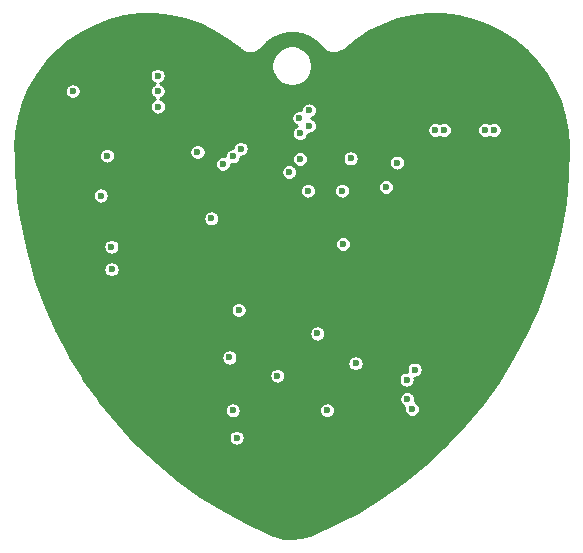
<source format=gbr>
%TF.GenerationSoftware,KiCad,Pcbnew,(5.1.9)-1*%
%TF.CreationDate,2021-12-28T16:52:40+01:00*%
%TF.ProjectId,heart,68656172-742e-46b6-9963-61645f706362,rev?*%
%TF.SameCoordinates,Original*%
%TF.FileFunction,Copper,L3,Inr*%
%TF.FilePolarity,Positive*%
%FSLAX46Y46*%
G04 Gerber Fmt 4.6, Leading zero omitted, Abs format (unit mm)*
G04 Created by KiCad (PCBNEW (5.1.9)-1) date 2021-12-28 16:52:40*
%MOMM*%
%LPD*%
G01*
G04 APERTURE LIST*
%TA.AperFunction,ViaPad*%
%ADD10C,0.600000*%
%TD*%
%TA.AperFunction,Conductor*%
%ADD11C,0.254000*%
%TD*%
%TA.AperFunction,Conductor*%
%ADD12C,0.100000*%
%TD*%
G04 APERTURE END LIST*
D10*
%TO.N,GND*%
X58900000Y-69000000D03*
%TO.N,+3V0*%
X56075000Y-69750000D03*
%TO.N,GND*%
X44725000Y-85500000D03*
X45500000Y-81500000D03*
X54320000Y-75880000D03*
X42020000Y-68100000D03*
X54980000Y-68650000D03*
X57980000Y-71075000D03*
X45000000Y-89980000D03*
X53000000Y-89975000D03*
X62875000Y-66225000D03*
X62150000Y-66250000D03*
X66350000Y-66250000D03*
X67100000Y-66250000D03*
X55400000Y-86000000D03*
X48780000Y-87040000D03*
X52160000Y-83470000D03*
%TO.N,+3V0*%
X32175000Y-66675000D03*
X66850000Y-60325000D03*
X67550000Y-60325000D03*
X68250000Y-60325000D03*
X68250000Y-59650000D03*
X67550000Y-59650000D03*
X66850000Y-59650000D03*
X55000000Y-60075000D03*
X60000000Y-58075000D03*
X65000000Y-58275000D03*
X70000000Y-63075000D03*
X70000000Y-71575000D03*
X62500000Y-85575000D03*
X57500000Y-90575000D03*
X42500000Y-90575000D03*
X37500000Y-85575000D03*
X30000000Y-71575000D03*
X30000000Y-63075000D03*
X35000000Y-58275000D03*
X40000000Y-58075000D03*
X45000000Y-60075000D03*
X30500000Y-81725000D03*
X69250000Y-81700000D03*
X43175000Y-68100000D03*
X57020000Y-70350000D03*
X58900000Y-66510000D03*
X44180000Y-72770000D03*
X41300000Y-89020000D03*
X58670000Y-88350000D03*
X31020000Y-78040000D03*
%TO.N,SWDIO*%
X50650000Y-65225000D03*
X33830000Y-71790000D03*
%TO.N,SWDCLK*%
X51450000Y-64575000D03*
X34360000Y-68420000D03*
%TO.N,TCA6416A_RESET*%
X43190000Y-73730000D03*
X34740000Y-78040000D03*
%TO.N,Net-(JP3-Pad1)*%
X34730000Y-76120000D03*
X54270000Y-71380000D03*
%TO.N,I2C_SCL*%
X50675000Y-66525000D03*
X60200000Y-89860000D03*
X50688397Y-68708397D03*
%TO.N,I2C_SDA*%
X51450000Y-65875000D03*
X59780000Y-89030000D03*
X51360000Y-71380000D03*
X49790000Y-69810000D03*
%TO.N,LIS3DH_INT2*%
X59720000Y-87370000D03*
X38640000Y-61640000D03*
%TO.N,LIS3DH_INT1*%
X45675000Y-67825000D03*
X60400000Y-86530000D03*
%TO.N,TOUCH_KEY_1*%
X45330000Y-92290000D03*
X38660000Y-64260000D03*
%TO.N,PA1*%
X45000000Y-68475000D03*
X31450000Y-62960000D03*
%TO.N,PA2*%
X44175000Y-69125000D03*
X38650000Y-62950000D03*
%TD*%
D11*
%TO.N,+3V0*%
X39686509Y-56560314D02*
X40959106Y-56837785D01*
X42191367Y-57259682D01*
X43366970Y-57820416D01*
X44470333Y-58512555D01*
X45494651Y-59333188D01*
X45586270Y-59416652D01*
X45590987Y-59420476D01*
X45593203Y-59422816D01*
X45597297Y-59426321D01*
X45657555Y-59477164D01*
X45677838Y-59491134D01*
X45697116Y-59506438D01*
X45701663Y-59509330D01*
X45850547Y-59602529D01*
X45881878Y-59618113D01*
X45912976Y-59634127D01*
X45917999Y-59636081D01*
X46082150Y-59698587D01*
X46115966Y-59707804D01*
X46149526Y-59717456D01*
X46154832Y-59718397D01*
X46327998Y-59747829D01*
X46362927Y-59750299D01*
X46397758Y-59753252D01*
X46403146Y-59753144D01*
X46578731Y-59748380D01*
X46613452Y-59744022D01*
X46648211Y-59740151D01*
X46653473Y-59738999D01*
X46653478Y-59738998D01*
X46653482Y-59738997D01*
X46824792Y-59700221D01*
X46858009Y-59689201D01*
X46891354Y-59678653D01*
X46896294Y-59676500D01*
X47056815Y-59605186D01*
X47087257Y-59587925D01*
X47117919Y-59571100D01*
X47122347Y-59568028D01*
X47265959Y-59466894D01*
X47292470Y-59444048D01*
X47319280Y-59421588D01*
X47323020Y-59417721D01*
X47323026Y-59417716D01*
X47323030Y-59417711D01*
X47444192Y-59290682D01*
X47444260Y-59290612D01*
X47903070Y-58809588D01*
X48415630Y-58448634D01*
X48988542Y-58194109D01*
X49599972Y-58055713D01*
X50226641Y-58038712D01*
X50844686Y-58143758D01*
X51430544Y-58366844D01*
X51961925Y-58699480D01*
X52428565Y-59138392D01*
X52537637Y-59270239D01*
X52538013Y-59270613D01*
X52538310Y-59271050D01*
X52541785Y-59275169D01*
X52593047Y-59335070D01*
X52610811Y-59352131D01*
X52627368Y-59370348D01*
X52631390Y-59373936D01*
X52763282Y-59489941D01*
X52791693Y-59510381D01*
X52819792Y-59531198D01*
X52824433Y-59533936D01*
X52976345Y-59622114D01*
X53008174Y-59636642D01*
X53039794Y-59651610D01*
X53044879Y-59653395D01*
X53211026Y-59710387D01*
X53245118Y-59718467D01*
X53278995Y-59726997D01*
X53284329Y-59727760D01*
X53458380Y-59751395D01*
X53493368Y-59752698D01*
X53528279Y-59754487D01*
X53533660Y-59754199D01*
X53533662Y-59754199D01*
X53708988Y-59743578D01*
X53743585Y-59738057D01*
X53778161Y-59733033D01*
X53783384Y-59731706D01*
X53953310Y-59687230D01*
X53986139Y-59675108D01*
X54019112Y-59663453D01*
X54023978Y-59661136D01*
X54182029Y-59584504D01*
X54211871Y-59566240D01*
X54241963Y-59548397D01*
X54246285Y-59545179D01*
X54386441Y-59439307D01*
X54387339Y-59438479D01*
X54389120Y-59437266D01*
X54398614Y-59429722D01*
X55422774Y-58589459D01*
X56518011Y-57884522D01*
X57687005Y-57310144D01*
X58914270Y-56873934D01*
X60183546Y-56581670D01*
X61477990Y-56437233D01*
X62780472Y-56442531D01*
X64073696Y-56597497D01*
X65340557Y-56900080D01*
X66564228Y-57346260D01*
X67728517Y-57930134D01*
X68817975Y-58643954D01*
X69818170Y-59478264D01*
X70715848Y-60422009D01*
X71499101Y-61462672D01*
X72157556Y-62586468D01*
X72682479Y-63778495D01*
X73066913Y-65022943D01*
X73305768Y-66303344D01*
X73396567Y-67612699D01*
X73397251Y-67730284D01*
X73334192Y-70068738D01*
X73116899Y-72391397D01*
X72746152Y-74694550D01*
X72223581Y-76968068D01*
X71551487Y-79201944D01*
X70732820Y-81386373D01*
X69771178Y-83511756D01*
X68670804Y-85568714D01*
X67436514Y-87548240D01*
X66073752Y-89441607D01*
X64588510Y-91240491D01*
X62987305Y-92936996D01*
X61277196Y-94523646D01*
X59465684Y-95993478D01*
X57560752Y-97340017D01*
X55570770Y-98557346D01*
X53503974Y-99640383D01*
X51571673Y-100501577D01*
X50811974Y-100731494D01*
X50035024Y-100812304D01*
X49256816Y-100744740D01*
X48489254Y-100526645D01*
X48444131Y-100508597D01*
X46311796Y-99550823D01*
X44251820Y-98456065D01*
X42268949Y-97227206D01*
X40371855Y-95869620D01*
X38568913Y-94389297D01*
X36868041Y-92792740D01*
X36336460Y-92222927D01*
X44649000Y-92222927D01*
X44649000Y-92357073D01*
X44675171Y-92488640D01*
X44726506Y-92612574D01*
X44801033Y-92724112D01*
X44895888Y-92818967D01*
X45007426Y-92893494D01*
X45131360Y-92944829D01*
X45262927Y-92971000D01*
X45397073Y-92971000D01*
X45528640Y-92944829D01*
X45652574Y-92893494D01*
X45764112Y-92818967D01*
X45858967Y-92724112D01*
X45933494Y-92612574D01*
X45984829Y-92488640D01*
X46011000Y-92357073D01*
X46011000Y-92222927D01*
X45984829Y-92091360D01*
X45933494Y-91967426D01*
X45858967Y-91855888D01*
X45764112Y-91761033D01*
X45652574Y-91686506D01*
X45528640Y-91635171D01*
X45397073Y-91609000D01*
X45262927Y-91609000D01*
X45131360Y-91635171D01*
X45007426Y-91686506D01*
X44895888Y-91761033D01*
X44801033Y-91855888D01*
X44726506Y-91967426D01*
X44675171Y-92091360D01*
X44649000Y-92222927D01*
X36336460Y-92222927D01*
X35276726Y-91086976D01*
X34318787Y-89912927D01*
X44319000Y-89912927D01*
X44319000Y-90047073D01*
X44345171Y-90178640D01*
X44396506Y-90302574D01*
X44471033Y-90414112D01*
X44565888Y-90508967D01*
X44677426Y-90583494D01*
X44801360Y-90634829D01*
X44932927Y-90661000D01*
X45067073Y-90661000D01*
X45198640Y-90634829D01*
X45322574Y-90583494D01*
X45434112Y-90508967D01*
X45528967Y-90414112D01*
X45603494Y-90302574D01*
X45654829Y-90178640D01*
X45681000Y-90047073D01*
X45681000Y-89912927D01*
X45680006Y-89907927D01*
X52319000Y-89907927D01*
X52319000Y-90042073D01*
X52345171Y-90173640D01*
X52396506Y-90297574D01*
X52471033Y-90409112D01*
X52565888Y-90503967D01*
X52677426Y-90578494D01*
X52801360Y-90629829D01*
X52932927Y-90656000D01*
X53067073Y-90656000D01*
X53198640Y-90629829D01*
X53322574Y-90578494D01*
X53434112Y-90503967D01*
X53528967Y-90409112D01*
X53603494Y-90297574D01*
X53654829Y-90173640D01*
X53681000Y-90042073D01*
X53681000Y-89907927D01*
X53654829Y-89776360D01*
X53603494Y-89652426D01*
X53528967Y-89540888D01*
X53434112Y-89446033D01*
X53322574Y-89371506D01*
X53198640Y-89320171D01*
X53067073Y-89294000D01*
X52932927Y-89294000D01*
X52801360Y-89320171D01*
X52677426Y-89371506D01*
X52565888Y-89446033D01*
X52471033Y-89540888D01*
X52396506Y-89652426D01*
X52345171Y-89776360D01*
X52319000Y-89907927D01*
X45680006Y-89907927D01*
X45654829Y-89781360D01*
X45603494Y-89657426D01*
X45528967Y-89545888D01*
X45434112Y-89451033D01*
X45322574Y-89376506D01*
X45198640Y-89325171D01*
X45067073Y-89299000D01*
X44932927Y-89299000D01*
X44801360Y-89325171D01*
X44677426Y-89376506D01*
X44565888Y-89451033D01*
X44471033Y-89545888D01*
X44396506Y-89657426D01*
X44345171Y-89781360D01*
X44319000Y-89912927D01*
X34318787Y-89912927D01*
X33801945Y-89279487D01*
X33576878Y-88962927D01*
X59099000Y-88962927D01*
X59099000Y-89097073D01*
X59125171Y-89228640D01*
X59176506Y-89352574D01*
X59251033Y-89464112D01*
X59345888Y-89558967D01*
X59457426Y-89633494D01*
X59543613Y-89669194D01*
X59519000Y-89792927D01*
X59519000Y-89927073D01*
X59545171Y-90058640D01*
X59596506Y-90182574D01*
X59671033Y-90294112D01*
X59765888Y-90388967D01*
X59877426Y-90463494D01*
X60001360Y-90514829D01*
X60132927Y-90541000D01*
X60267073Y-90541000D01*
X60398640Y-90514829D01*
X60522574Y-90463494D01*
X60634112Y-90388967D01*
X60728967Y-90294112D01*
X60803494Y-90182574D01*
X60854829Y-90058640D01*
X60881000Y-89927073D01*
X60881000Y-89792927D01*
X60854829Y-89661360D01*
X60803494Y-89537426D01*
X60728967Y-89425888D01*
X60634112Y-89331033D01*
X60522574Y-89256506D01*
X60436387Y-89220806D01*
X60461000Y-89097073D01*
X60461000Y-88962927D01*
X60434829Y-88831360D01*
X60383494Y-88707426D01*
X60308967Y-88595888D01*
X60214112Y-88501033D01*
X60102574Y-88426506D01*
X59978640Y-88375171D01*
X59847073Y-88349000D01*
X59712927Y-88349000D01*
X59581360Y-88375171D01*
X59457426Y-88426506D01*
X59345888Y-88501033D01*
X59251033Y-88595888D01*
X59176506Y-88707426D01*
X59125171Y-88831360D01*
X59099000Y-88962927D01*
X33576878Y-88962927D01*
X32450205Y-87378246D01*
X32200735Y-86972927D01*
X48099000Y-86972927D01*
X48099000Y-87107073D01*
X48125171Y-87238640D01*
X48176506Y-87362574D01*
X48251033Y-87474112D01*
X48345888Y-87568967D01*
X48457426Y-87643494D01*
X48581360Y-87694829D01*
X48712927Y-87721000D01*
X48847073Y-87721000D01*
X48978640Y-87694829D01*
X49102574Y-87643494D01*
X49214112Y-87568967D01*
X49308967Y-87474112D01*
X49383494Y-87362574D01*
X49408200Y-87302927D01*
X59039000Y-87302927D01*
X59039000Y-87437073D01*
X59065171Y-87568640D01*
X59116506Y-87692574D01*
X59191033Y-87804112D01*
X59285888Y-87898967D01*
X59397426Y-87973494D01*
X59521360Y-88024829D01*
X59652927Y-88051000D01*
X59787073Y-88051000D01*
X59918640Y-88024829D01*
X60042574Y-87973494D01*
X60154112Y-87898967D01*
X60248967Y-87804112D01*
X60323494Y-87692574D01*
X60374829Y-87568640D01*
X60401000Y-87437073D01*
X60401000Y-87302927D01*
X60382714Y-87211000D01*
X60467073Y-87211000D01*
X60598640Y-87184829D01*
X60722574Y-87133494D01*
X60834112Y-87058967D01*
X60928967Y-86964112D01*
X61003494Y-86852574D01*
X61054829Y-86728640D01*
X61081000Y-86597073D01*
X61081000Y-86462927D01*
X61054829Y-86331360D01*
X61003494Y-86207426D01*
X60928967Y-86095888D01*
X60834112Y-86001033D01*
X60722574Y-85926506D01*
X60598640Y-85875171D01*
X60467073Y-85849000D01*
X60332927Y-85849000D01*
X60201360Y-85875171D01*
X60077426Y-85926506D01*
X59965888Y-86001033D01*
X59871033Y-86095888D01*
X59796506Y-86207426D01*
X59745171Y-86331360D01*
X59719000Y-86462927D01*
X59719000Y-86597073D01*
X59737286Y-86689000D01*
X59652927Y-86689000D01*
X59521360Y-86715171D01*
X59397426Y-86766506D01*
X59285888Y-86841033D01*
X59191033Y-86935888D01*
X59116506Y-87047426D01*
X59065171Y-87171360D01*
X59039000Y-87302927D01*
X49408200Y-87302927D01*
X49434829Y-87238640D01*
X49461000Y-87107073D01*
X49461000Y-86972927D01*
X49434829Y-86841360D01*
X49383494Y-86717426D01*
X49308967Y-86605888D01*
X49214112Y-86511033D01*
X49102574Y-86436506D01*
X48978640Y-86385171D01*
X48847073Y-86359000D01*
X48712927Y-86359000D01*
X48581360Y-86385171D01*
X48457426Y-86436506D01*
X48345888Y-86511033D01*
X48251033Y-86605888D01*
X48176506Y-86717426D01*
X48125171Y-86841360D01*
X48099000Y-86972927D01*
X32200735Y-86972927D01*
X31252876Y-85432927D01*
X44044000Y-85432927D01*
X44044000Y-85567073D01*
X44070171Y-85698640D01*
X44121506Y-85822574D01*
X44196033Y-85934112D01*
X44290888Y-86028967D01*
X44402426Y-86103494D01*
X44526360Y-86154829D01*
X44657927Y-86181000D01*
X44792073Y-86181000D01*
X44923640Y-86154829D01*
X45047574Y-86103494D01*
X45159112Y-86028967D01*
X45253967Y-85934112D01*
X45254758Y-85932927D01*
X54719000Y-85932927D01*
X54719000Y-86067073D01*
X54745171Y-86198640D01*
X54796506Y-86322574D01*
X54871033Y-86434112D01*
X54965888Y-86528967D01*
X55077426Y-86603494D01*
X55201360Y-86654829D01*
X55332927Y-86681000D01*
X55467073Y-86681000D01*
X55598640Y-86654829D01*
X55722574Y-86603494D01*
X55834112Y-86528967D01*
X55928967Y-86434112D01*
X56003494Y-86322574D01*
X56054829Y-86198640D01*
X56081000Y-86067073D01*
X56081000Y-85932927D01*
X56054829Y-85801360D01*
X56003494Y-85677426D01*
X55928967Y-85565888D01*
X55834112Y-85471033D01*
X55722574Y-85396506D01*
X55598640Y-85345171D01*
X55467073Y-85319000D01*
X55332927Y-85319000D01*
X55201360Y-85345171D01*
X55077426Y-85396506D01*
X54965888Y-85471033D01*
X54871033Y-85565888D01*
X54796506Y-85677426D01*
X54745171Y-85801360D01*
X54719000Y-85932927D01*
X45254758Y-85932927D01*
X45328494Y-85822574D01*
X45379829Y-85698640D01*
X45406000Y-85567073D01*
X45406000Y-85432927D01*
X45379829Y-85301360D01*
X45328494Y-85177426D01*
X45253967Y-85065888D01*
X45159112Y-84971033D01*
X45047574Y-84896506D01*
X44923640Y-84845171D01*
X44792073Y-84819000D01*
X44657927Y-84819000D01*
X44526360Y-84845171D01*
X44402426Y-84896506D01*
X44290888Y-84971033D01*
X44196033Y-85065888D01*
X44121506Y-85177426D01*
X44070171Y-85301360D01*
X44044000Y-85432927D01*
X31252876Y-85432927D01*
X31227440Y-85391601D01*
X30178402Y-83402927D01*
X51479000Y-83402927D01*
X51479000Y-83537073D01*
X51505171Y-83668640D01*
X51556506Y-83792574D01*
X51631033Y-83904112D01*
X51725888Y-83998967D01*
X51837426Y-84073494D01*
X51961360Y-84124829D01*
X52092927Y-84151000D01*
X52227073Y-84151000D01*
X52358640Y-84124829D01*
X52482574Y-84073494D01*
X52594112Y-83998967D01*
X52688967Y-83904112D01*
X52763494Y-83792574D01*
X52814829Y-83668640D01*
X52841000Y-83537073D01*
X52841000Y-83402927D01*
X52814829Y-83271360D01*
X52763494Y-83147426D01*
X52688967Y-83035888D01*
X52594112Y-82941033D01*
X52482574Y-82866506D01*
X52358640Y-82815171D01*
X52227073Y-82789000D01*
X52092927Y-82789000D01*
X51961360Y-82815171D01*
X51837426Y-82866506D01*
X51725888Y-82941033D01*
X51631033Y-83035888D01*
X51556506Y-83147426D01*
X51505171Y-83271360D01*
X51479000Y-83402927D01*
X30178402Y-83402927D01*
X30139015Y-83328262D01*
X29294683Y-81432927D01*
X44819000Y-81432927D01*
X44819000Y-81567073D01*
X44845171Y-81698640D01*
X44896506Y-81822574D01*
X44971033Y-81934112D01*
X45065888Y-82028967D01*
X45177426Y-82103494D01*
X45301360Y-82154829D01*
X45432927Y-82181000D01*
X45567073Y-82181000D01*
X45698640Y-82154829D01*
X45822574Y-82103494D01*
X45934112Y-82028967D01*
X46028967Y-81934112D01*
X46103494Y-81822574D01*
X46154829Y-81698640D01*
X46181000Y-81567073D01*
X46181000Y-81432927D01*
X46154829Y-81301360D01*
X46103494Y-81177426D01*
X46028967Y-81065888D01*
X45934112Y-80971033D01*
X45822574Y-80896506D01*
X45698640Y-80845171D01*
X45567073Y-80819000D01*
X45432927Y-80819000D01*
X45301360Y-80845171D01*
X45177426Y-80896506D01*
X45065888Y-80971033D01*
X44971033Y-81065888D01*
X44896506Y-81177426D01*
X44845171Y-81301360D01*
X44819000Y-81432927D01*
X29294683Y-81432927D01*
X29189738Y-81197350D01*
X28383766Y-79008195D01*
X28078836Y-77972927D01*
X34059000Y-77972927D01*
X34059000Y-78107073D01*
X34085171Y-78238640D01*
X34136506Y-78362574D01*
X34211033Y-78474112D01*
X34305888Y-78568967D01*
X34417426Y-78643494D01*
X34541360Y-78694829D01*
X34672927Y-78721000D01*
X34807073Y-78721000D01*
X34938640Y-78694829D01*
X35062574Y-78643494D01*
X35174112Y-78568967D01*
X35268967Y-78474112D01*
X35343494Y-78362574D01*
X35394829Y-78238640D01*
X35421000Y-78107073D01*
X35421000Y-77972927D01*
X35394829Y-77841360D01*
X35343494Y-77717426D01*
X35268967Y-77605888D01*
X35174112Y-77511033D01*
X35062574Y-77436506D01*
X34938640Y-77385171D01*
X34807073Y-77359000D01*
X34672927Y-77359000D01*
X34541360Y-77385171D01*
X34417426Y-77436506D01*
X34305888Y-77511033D01*
X34211033Y-77605888D01*
X34136506Y-77717426D01*
X34085171Y-77841360D01*
X34059000Y-77972927D01*
X28078836Y-77972927D01*
X27724654Y-76770450D01*
X27564112Y-76052927D01*
X34049000Y-76052927D01*
X34049000Y-76187073D01*
X34075171Y-76318640D01*
X34126506Y-76442574D01*
X34201033Y-76554112D01*
X34295888Y-76648967D01*
X34407426Y-76723494D01*
X34531360Y-76774829D01*
X34662927Y-76801000D01*
X34797073Y-76801000D01*
X34928640Y-76774829D01*
X35052574Y-76723494D01*
X35164112Y-76648967D01*
X35258967Y-76554112D01*
X35333494Y-76442574D01*
X35384829Y-76318640D01*
X35411000Y-76187073D01*
X35411000Y-76052927D01*
X35384829Y-75921360D01*
X35339915Y-75812927D01*
X53639000Y-75812927D01*
X53639000Y-75947073D01*
X53665171Y-76078640D01*
X53716506Y-76202574D01*
X53791033Y-76314112D01*
X53885888Y-76408967D01*
X53997426Y-76483494D01*
X54121360Y-76534829D01*
X54252927Y-76561000D01*
X54387073Y-76561000D01*
X54518640Y-76534829D01*
X54642574Y-76483494D01*
X54754112Y-76408967D01*
X54848967Y-76314112D01*
X54923494Y-76202574D01*
X54974829Y-76078640D01*
X55001000Y-75947073D01*
X55001000Y-75812927D01*
X54974829Y-75681360D01*
X54923494Y-75557426D01*
X54848967Y-75445888D01*
X54754112Y-75351033D01*
X54642574Y-75276506D01*
X54518640Y-75225171D01*
X54387073Y-75199000D01*
X54252927Y-75199000D01*
X54121360Y-75225171D01*
X53997426Y-75276506D01*
X53885888Y-75351033D01*
X53791033Y-75445888D01*
X53716506Y-75557426D01*
X53665171Y-75681360D01*
X53639000Y-75812927D01*
X35339915Y-75812927D01*
X35333494Y-75797426D01*
X35258967Y-75685888D01*
X35164112Y-75591033D01*
X35052574Y-75516506D01*
X34928640Y-75465171D01*
X34797073Y-75439000D01*
X34662927Y-75439000D01*
X34531360Y-75465171D01*
X34407426Y-75516506D01*
X34295888Y-75591033D01*
X34201033Y-75685888D01*
X34126506Y-75797426D01*
X34075171Y-75921360D01*
X34049000Y-76052927D01*
X27564112Y-76052927D01*
X27215294Y-74493940D01*
X27086469Y-73662927D01*
X42509000Y-73662927D01*
X42509000Y-73797073D01*
X42535171Y-73928640D01*
X42586506Y-74052574D01*
X42661033Y-74164112D01*
X42755888Y-74258967D01*
X42867426Y-74333494D01*
X42991360Y-74384829D01*
X43122927Y-74411000D01*
X43257073Y-74411000D01*
X43388640Y-74384829D01*
X43512574Y-74333494D01*
X43624112Y-74258967D01*
X43718967Y-74164112D01*
X43793494Y-74052574D01*
X43844829Y-73928640D01*
X43871000Y-73797073D01*
X43871000Y-73662927D01*
X43844829Y-73531360D01*
X43793494Y-73407426D01*
X43718967Y-73295888D01*
X43624112Y-73201033D01*
X43512574Y-73126506D01*
X43388640Y-73075171D01*
X43257073Y-73049000D01*
X43122927Y-73049000D01*
X42991360Y-73075171D01*
X42867426Y-73126506D01*
X42755888Y-73201033D01*
X42661033Y-73295888D01*
X42586506Y-73407426D01*
X42535171Y-73531360D01*
X42509000Y-73662927D01*
X27086469Y-73662927D01*
X26857926Y-72188666D01*
X26817081Y-71722927D01*
X33149000Y-71722927D01*
X33149000Y-71857073D01*
X33175171Y-71988640D01*
X33226506Y-72112574D01*
X33301033Y-72224112D01*
X33395888Y-72318967D01*
X33507426Y-72393494D01*
X33631360Y-72444829D01*
X33762927Y-72471000D01*
X33897073Y-72471000D01*
X34028640Y-72444829D01*
X34152574Y-72393494D01*
X34264112Y-72318967D01*
X34358967Y-72224112D01*
X34433494Y-72112574D01*
X34484829Y-71988640D01*
X34511000Y-71857073D01*
X34511000Y-71722927D01*
X34484829Y-71591360D01*
X34433494Y-71467426D01*
X34358967Y-71355888D01*
X34316006Y-71312927D01*
X50679000Y-71312927D01*
X50679000Y-71447073D01*
X50705171Y-71578640D01*
X50756506Y-71702574D01*
X50831033Y-71814112D01*
X50925888Y-71908967D01*
X51037426Y-71983494D01*
X51161360Y-72034829D01*
X51292927Y-72061000D01*
X51427073Y-72061000D01*
X51558640Y-72034829D01*
X51682574Y-71983494D01*
X51794112Y-71908967D01*
X51888967Y-71814112D01*
X51963494Y-71702574D01*
X52014829Y-71578640D01*
X52041000Y-71447073D01*
X52041000Y-71312927D01*
X53589000Y-71312927D01*
X53589000Y-71447073D01*
X53615171Y-71578640D01*
X53666506Y-71702574D01*
X53741033Y-71814112D01*
X53835888Y-71908967D01*
X53947426Y-71983494D01*
X54071360Y-72034829D01*
X54202927Y-72061000D01*
X54337073Y-72061000D01*
X54468640Y-72034829D01*
X54592574Y-71983494D01*
X54704112Y-71908967D01*
X54798967Y-71814112D01*
X54873494Y-71702574D01*
X54924829Y-71578640D01*
X54951000Y-71447073D01*
X54951000Y-71312927D01*
X54924829Y-71181360D01*
X54873494Y-71057426D01*
X54840420Y-71007927D01*
X57299000Y-71007927D01*
X57299000Y-71142073D01*
X57325171Y-71273640D01*
X57376506Y-71397574D01*
X57451033Y-71509112D01*
X57545888Y-71603967D01*
X57657426Y-71678494D01*
X57781360Y-71729829D01*
X57912927Y-71756000D01*
X58047073Y-71756000D01*
X58178640Y-71729829D01*
X58302574Y-71678494D01*
X58414112Y-71603967D01*
X58508967Y-71509112D01*
X58583494Y-71397574D01*
X58634829Y-71273640D01*
X58661000Y-71142073D01*
X58661000Y-71007927D01*
X58634829Y-70876360D01*
X58583494Y-70752426D01*
X58508967Y-70640888D01*
X58414112Y-70546033D01*
X58302574Y-70471506D01*
X58178640Y-70420171D01*
X58047073Y-70394000D01*
X57912927Y-70394000D01*
X57781360Y-70420171D01*
X57657426Y-70471506D01*
X57545888Y-70546033D01*
X57451033Y-70640888D01*
X57376506Y-70752426D01*
X57325171Y-70876360D01*
X57299000Y-71007927D01*
X54840420Y-71007927D01*
X54798967Y-70945888D01*
X54704112Y-70851033D01*
X54592574Y-70776506D01*
X54468640Y-70725171D01*
X54337073Y-70699000D01*
X54202927Y-70699000D01*
X54071360Y-70725171D01*
X53947426Y-70776506D01*
X53835888Y-70851033D01*
X53741033Y-70945888D01*
X53666506Y-71057426D01*
X53615171Y-71181360D01*
X53589000Y-71312927D01*
X52041000Y-71312927D01*
X52014829Y-71181360D01*
X51963494Y-71057426D01*
X51888967Y-70945888D01*
X51794112Y-70851033D01*
X51682574Y-70776506D01*
X51558640Y-70725171D01*
X51427073Y-70699000D01*
X51292927Y-70699000D01*
X51161360Y-70725171D01*
X51037426Y-70776506D01*
X50925888Y-70851033D01*
X50831033Y-70945888D01*
X50756506Y-71057426D01*
X50705171Y-71181360D01*
X50679000Y-71312927D01*
X34316006Y-71312927D01*
X34264112Y-71261033D01*
X34152574Y-71186506D01*
X34028640Y-71135171D01*
X33897073Y-71109000D01*
X33762927Y-71109000D01*
X33631360Y-71135171D01*
X33507426Y-71186506D01*
X33395888Y-71261033D01*
X33301033Y-71355888D01*
X33226506Y-71467426D01*
X33175171Y-71591360D01*
X33149000Y-71722927D01*
X26817081Y-71722927D01*
X26654074Y-69864227D01*
X26617712Y-68352927D01*
X33679000Y-68352927D01*
X33679000Y-68487073D01*
X33705171Y-68618640D01*
X33756506Y-68742574D01*
X33831033Y-68854112D01*
X33925888Y-68948967D01*
X34037426Y-69023494D01*
X34161360Y-69074829D01*
X34292927Y-69101000D01*
X34427073Y-69101000D01*
X34558640Y-69074829D01*
X34599445Y-69057927D01*
X43494000Y-69057927D01*
X43494000Y-69192073D01*
X43520171Y-69323640D01*
X43571506Y-69447574D01*
X43646033Y-69559112D01*
X43740888Y-69653967D01*
X43852426Y-69728494D01*
X43976360Y-69779829D01*
X44107927Y-69806000D01*
X44242073Y-69806000D01*
X44373640Y-69779829D01*
X44462729Y-69742927D01*
X49109000Y-69742927D01*
X49109000Y-69877073D01*
X49135171Y-70008640D01*
X49186506Y-70132574D01*
X49261033Y-70244112D01*
X49355888Y-70338967D01*
X49467426Y-70413494D01*
X49591360Y-70464829D01*
X49722927Y-70491000D01*
X49857073Y-70491000D01*
X49988640Y-70464829D01*
X50112574Y-70413494D01*
X50224112Y-70338967D01*
X50318967Y-70244112D01*
X50393494Y-70132574D01*
X50444829Y-70008640D01*
X50471000Y-69877073D01*
X50471000Y-69742927D01*
X50444829Y-69611360D01*
X50393494Y-69487426D01*
X50318967Y-69375888D01*
X50224112Y-69281033D01*
X50112574Y-69206506D01*
X49988640Y-69155171D01*
X49857073Y-69129000D01*
X49722927Y-69129000D01*
X49591360Y-69155171D01*
X49467426Y-69206506D01*
X49355888Y-69281033D01*
X49261033Y-69375888D01*
X49186506Y-69487426D01*
X49135171Y-69611360D01*
X49109000Y-69742927D01*
X44462729Y-69742927D01*
X44497574Y-69728494D01*
X44609112Y-69653967D01*
X44703967Y-69559112D01*
X44778494Y-69447574D01*
X44829829Y-69323640D01*
X44856000Y-69192073D01*
X44856000Y-69140698D01*
X44932927Y-69156000D01*
X45067073Y-69156000D01*
X45198640Y-69129829D01*
X45322574Y-69078494D01*
X45434112Y-69003967D01*
X45528967Y-68909112D01*
X45603494Y-68797574D01*
X45654829Y-68673640D01*
X45661257Y-68641324D01*
X50007397Y-68641324D01*
X50007397Y-68775470D01*
X50033568Y-68907037D01*
X50084903Y-69030971D01*
X50159430Y-69142509D01*
X50254285Y-69237364D01*
X50365823Y-69311891D01*
X50489757Y-69363226D01*
X50621324Y-69389397D01*
X50755470Y-69389397D01*
X50887037Y-69363226D01*
X51010971Y-69311891D01*
X51122509Y-69237364D01*
X51217364Y-69142509D01*
X51291891Y-69030971D01*
X51343226Y-68907037D01*
X51369397Y-68775470D01*
X51369397Y-68641324D01*
X51357781Y-68582927D01*
X54299000Y-68582927D01*
X54299000Y-68717073D01*
X54325171Y-68848640D01*
X54376506Y-68972574D01*
X54451033Y-69084112D01*
X54545888Y-69178967D01*
X54657426Y-69253494D01*
X54781360Y-69304829D01*
X54912927Y-69331000D01*
X55047073Y-69331000D01*
X55178640Y-69304829D01*
X55302574Y-69253494D01*
X55414112Y-69178967D01*
X55508967Y-69084112D01*
X55583494Y-68972574D01*
X55599916Y-68932927D01*
X58219000Y-68932927D01*
X58219000Y-69067073D01*
X58245171Y-69198640D01*
X58296506Y-69322574D01*
X58371033Y-69434112D01*
X58465888Y-69528967D01*
X58577426Y-69603494D01*
X58701360Y-69654829D01*
X58832927Y-69681000D01*
X58967073Y-69681000D01*
X59098640Y-69654829D01*
X59222574Y-69603494D01*
X59334112Y-69528967D01*
X59428967Y-69434112D01*
X59503494Y-69322574D01*
X59554829Y-69198640D01*
X59581000Y-69067073D01*
X59581000Y-68932927D01*
X59554829Y-68801360D01*
X59503494Y-68677426D01*
X59428967Y-68565888D01*
X59334112Y-68471033D01*
X59222574Y-68396506D01*
X59098640Y-68345171D01*
X58967073Y-68319000D01*
X58832927Y-68319000D01*
X58701360Y-68345171D01*
X58577426Y-68396506D01*
X58465888Y-68471033D01*
X58371033Y-68565888D01*
X58296506Y-68677426D01*
X58245171Y-68801360D01*
X58219000Y-68932927D01*
X55599916Y-68932927D01*
X55634829Y-68848640D01*
X55661000Y-68717073D01*
X55661000Y-68582927D01*
X55634829Y-68451360D01*
X55583494Y-68327426D01*
X55508967Y-68215888D01*
X55414112Y-68121033D01*
X55302574Y-68046506D01*
X55178640Y-67995171D01*
X55047073Y-67969000D01*
X54912927Y-67969000D01*
X54781360Y-67995171D01*
X54657426Y-68046506D01*
X54545888Y-68121033D01*
X54451033Y-68215888D01*
X54376506Y-68327426D01*
X54325171Y-68451360D01*
X54299000Y-68582927D01*
X51357781Y-68582927D01*
X51343226Y-68509757D01*
X51291891Y-68385823D01*
X51217364Y-68274285D01*
X51122509Y-68179430D01*
X51010971Y-68104903D01*
X50887037Y-68053568D01*
X50755470Y-68027397D01*
X50621324Y-68027397D01*
X50489757Y-68053568D01*
X50365823Y-68104903D01*
X50254285Y-68179430D01*
X50159430Y-68274285D01*
X50084903Y-68385823D01*
X50033568Y-68509757D01*
X50007397Y-68641324D01*
X45661257Y-68641324D01*
X45681000Y-68542073D01*
X45681000Y-68506000D01*
X45742073Y-68506000D01*
X45873640Y-68479829D01*
X45997574Y-68428494D01*
X46109112Y-68353967D01*
X46203967Y-68259112D01*
X46278494Y-68147574D01*
X46329829Y-68023640D01*
X46356000Y-67892073D01*
X46356000Y-67757927D01*
X46329829Y-67626360D01*
X46278494Y-67502426D01*
X46203967Y-67390888D01*
X46109112Y-67296033D01*
X45997574Y-67221506D01*
X45873640Y-67170171D01*
X45742073Y-67144000D01*
X45607927Y-67144000D01*
X45476360Y-67170171D01*
X45352426Y-67221506D01*
X45240888Y-67296033D01*
X45146033Y-67390888D01*
X45071506Y-67502426D01*
X45020171Y-67626360D01*
X44994000Y-67757927D01*
X44994000Y-67794000D01*
X44932927Y-67794000D01*
X44801360Y-67820171D01*
X44677426Y-67871506D01*
X44565888Y-67946033D01*
X44471033Y-68040888D01*
X44396506Y-68152426D01*
X44345171Y-68276360D01*
X44319000Y-68407927D01*
X44319000Y-68459302D01*
X44242073Y-68444000D01*
X44107927Y-68444000D01*
X43976360Y-68470171D01*
X43852426Y-68521506D01*
X43740888Y-68596033D01*
X43646033Y-68690888D01*
X43571506Y-68802426D01*
X43520171Y-68926360D01*
X43494000Y-69057927D01*
X34599445Y-69057927D01*
X34682574Y-69023494D01*
X34794112Y-68948967D01*
X34888967Y-68854112D01*
X34963494Y-68742574D01*
X35014829Y-68618640D01*
X35041000Y-68487073D01*
X35041000Y-68352927D01*
X35014829Y-68221360D01*
X34963494Y-68097426D01*
X34920398Y-68032927D01*
X41339000Y-68032927D01*
X41339000Y-68167073D01*
X41365171Y-68298640D01*
X41416506Y-68422574D01*
X41491033Y-68534112D01*
X41585888Y-68628967D01*
X41697426Y-68703494D01*
X41821360Y-68754829D01*
X41952927Y-68781000D01*
X42087073Y-68781000D01*
X42218640Y-68754829D01*
X42342574Y-68703494D01*
X42454112Y-68628967D01*
X42548967Y-68534112D01*
X42623494Y-68422574D01*
X42674829Y-68298640D01*
X42701000Y-68167073D01*
X42701000Y-68032927D01*
X42674829Y-67901360D01*
X42623494Y-67777426D01*
X42548967Y-67665888D01*
X42454112Y-67571033D01*
X42342574Y-67496506D01*
X42218640Y-67445171D01*
X42087073Y-67419000D01*
X41952927Y-67419000D01*
X41821360Y-67445171D01*
X41697426Y-67496506D01*
X41585888Y-67571033D01*
X41491033Y-67665888D01*
X41416506Y-67777426D01*
X41365171Y-67901360D01*
X41339000Y-68032927D01*
X34920398Y-68032927D01*
X34888967Y-67985888D01*
X34794112Y-67891033D01*
X34682574Y-67816506D01*
X34558640Y-67765171D01*
X34427073Y-67739000D01*
X34292927Y-67739000D01*
X34161360Y-67765171D01*
X34037426Y-67816506D01*
X33925888Y-67891033D01*
X33831033Y-67985888D01*
X33756506Y-68097426D01*
X33705171Y-68221360D01*
X33679000Y-68352927D01*
X26617712Y-68352927D01*
X26602985Y-67740871D01*
X26678336Y-66434061D01*
X26901056Y-65157927D01*
X49969000Y-65157927D01*
X49969000Y-65292073D01*
X49995171Y-65423640D01*
X50046506Y-65547574D01*
X50121033Y-65659112D01*
X50215888Y-65753967D01*
X50327426Y-65828494D01*
X50451360Y-65879829D01*
X50452497Y-65880055D01*
X50352426Y-65921506D01*
X50240888Y-65996033D01*
X50146033Y-66090888D01*
X50071506Y-66202426D01*
X50020171Y-66326360D01*
X49994000Y-66457927D01*
X49994000Y-66592073D01*
X50020171Y-66723640D01*
X50071506Y-66847574D01*
X50146033Y-66959112D01*
X50240888Y-67053967D01*
X50352426Y-67128494D01*
X50476360Y-67179829D01*
X50607927Y-67206000D01*
X50742073Y-67206000D01*
X50873640Y-67179829D01*
X50997574Y-67128494D01*
X51109112Y-67053967D01*
X51203967Y-66959112D01*
X51278494Y-66847574D01*
X51329829Y-66723640D01*
X51356000Y-66592073D01*
X51356000Y-66550644D01*
X51382927Y-66556000D01*
X51517073Y-66556000D01*
X51648640Y-66529829D01*
X51772574Y-66478494D01*
X51884112Y-66403967D01*
X51978967Y-66309112D01*
X52053494Y-66197574D01*
X52059560Y-66182927D01*
X61469000Y-66182927D01*
X61469000Y-66317073D01*
X61495171Y-66448640D01*
X61546506Y-66572574D01*
X61621033Y-66684112D01*
X61715888Y-66778967D01*
X61827426Y-66853494D01*
X61951360Y-66904829D01*
X62082927Y-66931000D01*
X62217073Y-66931000D01*
X62348640Y-66904829D01*
X62472574Y-66853494D01*
X62531208Y-66814316D01*
X62552426Y-66828494D01*
X62676360Y-66879829D01*
X62807927Y-66906000D01*
X62942073Y-66906000D01*
X63073640Y-66879829D01*
X63197574Y-66828494D01*
X63309112Y-66753967D01*
X63403967Y-66659112D01*
X63478494Y-66547574D01*
X63529829Y-66423640D01*
X63556000Y-66292073D01*
X63556000Y-66182927D01*
X65669000Y-66182927D01*
X65669000Y-66317073D01*
X65695171Y-66448640D01*
X65746506Y-66572574D01*
X65821033Y-66684112D01*
X65915888Y-66778967D01*
X66027426Y-66853494D01*
X66151360Y-66904829D01*
X66282927Y-66931000D01*
X66417073Y-66931000D01*
X66548640Y-66904829D01*
X66672574Y-66853494D01*
X66725000Y-66818464D01*
X66777426Y-66853494D01*
X66901360Y-66904829D01*
X67032927Y-66931000D01*
X67167073Y-66931000D01*
X67298640Y-66904829D01*
X67422574Y-66853494D01*
X67534112Y-66778967D01*
X67628967Y-66684112D01*
X67703494Y-66572574D01*
X67754829Y-66448640D01*
X67781000Y-66317073D01*
X67781000Y-66182927D01*
X67754829Y-66051360D01*
X67703494Y-65927426D01*
X67628967Y-65815888D01*
X67534112Y-65721033D01*
X67422574Y-65646506D01*
X67298640Y-65595171D01*
X67167073Y-65569000D01*
X67032927Y-65569000D01*
X66901360Y-65595171D01*
X66777426Y-65646506D01*
X66725000Y-65681536D01*
X66672574Y-65646506D01*
X66548640Y-65595171D01*
X66417073Y-65569000D01*
X66282927Y-65569000D01*
X66151360Y-65595171D01*
X66027426Y-65646506D01*
X65915888Y-65721033D01*
X65821033Y-65815888D01*
X65746506Y-65927426D01*
X65695171Y-66051360D01*
X65669000Y-66182927D01*
X63556000Y-66182927D01*
X63556000Y-66157927D01*
X63529829Y-66026360D01*
X63478494Y-65902426D01*
X63403967Y-65790888D01*
X63309112Y-65696033D01*
X63197574Y-65621506D01*
X63073640Y-65570171D01*
X62942073Y-65544000D01*
X62807927Y-65544000D01*
X62676360Y-65570171D01*
X62552426Y-65621506D01*
X62493792Y-65660684D01*
X62472574Y-65646506D01*
X62348640Y-65595171D01*
X62217073Y-65569000D01*
X62082927Y-65569000D01*
X61951360Y-65595171D01*
X61827426Y-65646506D01*
X61715888Y-65721033D01*
X61621033Y-65815888D01*
X61546506Y-65927426D01*
X61495171Y-66051360D01*
X61469000Y-66182927D01*
X52059560Y-66182927D01*
X52104829Y-66073640D01*
X52131000Y-65942073D01*
X52131000Y-65807927D01*
X52104829Y-65676360D01*
X52053494Y-65552426D01*
X51978967Y-65440888D01*
X51884112Y-65346033D01*
X51772574Y-65271506D01*
X51660298Y-65225000D01*
X51772574Y-65178494D01*
X51884112Y-65103967D01*
X51978967Y-65009112D01*
X52053494Y-64897574D01*
X52104829Y-64773640D01*
X52131000Y-64642073D01*
X52131000Y-64507927D01*
X52104829Y-64376360D01*
X52053494Y-64252426D01*
X51978967Y-64140888D01*
X51884112Y-64046033D01*
X51772574Y-63971506D01*
X51648640Y-63920171D01*
X51517073Y-63894000D01*
X51382927Y-63894000D01*
X51251360Y-63920171D01*
X51127426Y-63971506D01*
X51015888Y-64046033D01*
X50921033Y-64140888D01*
X50846506Y-64252426D01*
X50795171Y-64376360D01*
X50769000Y-64507927D01*
X50769000Y-64554329D01*
X50717073Y-64544000D01*
X50582927Y-64544000D01*
X50451360Y-64570171D01*
X50327426Y-64621506D01*
X50215888Y-64696033D01*
X50121033Y-64790888D01*
X50046506Y-64902426D01*
X49995171Y-65026360D01*
X49969000Y-65157927D01*
X26901056Y-65157927D01*
X26902270Y-65150972D01*
X27272199Y-63902118D01*
X27702655Y-62892927D01*
X30769000Y-62892927D01*
X30769000Y-63027073D01*
X30795171Y-63158640D01*
X30846506Y-63282574D01*
X30921033Y-63394112D01*
X31015888Y-63488967D01*
X31127426Y-63563494D01*
X31251360Y-63614829D01*
X31382927Y-63641000D01*
X31517073Y-63641000D01*
X31648640Y-63614829D01*
X31772574Y-63563494D01*
X31884112Y-63488967D01*
X31978967Y-63394112D01*
X32053494Y-63282574D01*
X32104829Y-63158640D01*
X32131000Y-63027073D01*
X32131000Y-62892927D01*
X32104829Y-62761360D01*
X32053494Y-62637426D01*
X31978967Y-62525888D01*
X31884112Y-62431033D01*
X31772574Y-62356506D01*
X31648640Y-62305171D01*
X31517073Y-62279000D01*
X31382927Y-62279000D01*
X31251360Y-62305171D01*
X31127426Y-62356506D01*
X31015888Y-62431033D01*
X30921033Y-62525888D01*
X30846506Y-62637426D01*
X30795171Y-62761360D01*
X30769000Y-62892927D01*
X27702655Y-62892927D01*
X27783208Y-62704073D01*
X28428402Y-61572927D01*
X37959000Y-61572927D01*
X37959000Y-61707073D01*
X37985171Y-61838640D01*
X38036506Y-61962574D01*
X38111033Y-62074112D01*
X38205888Y-62168967D01*
X38317426Y-62243494D01*
X38441360Y-62294829D01*
X38448673Y-62296284D01*
X38327426Y-62346506D01*
X38215888Y-62421033D01*
X38121033Y-62515888D01*
X38046506Y-62627426D01*
X37995171Y-62751360D01*
X37969000Y-62882927D01*
X37969000Y-63017073D01*
X37995171Y-63148640D01*
X38046506Y-63272574D01*
X38121033Y-63384112D01*
X38215888Y-63478967D01*
X38327426Y-63553494D01*
X38451360Y-63604829D01*
X38458673Y-63606284D01*
X38337426Y-63656506D01*
X38225888Y-63731033D01*
X38131033Y-63825888D01*
X38056506Y-63937426D01*
X38005171Y-64061360D01*
X37979000Y-64192927D01*
X37979000Y-64327073D01*
X38005171Y-64458640D01*
X38056506Y-64582574D01*
X38131033Y-64694112D01*
X38225888Y-64788967D01*
X38337426Y-64863494D01*
X38461360Y-64914829D01*
X38592927Y-64941000D01*
X38727073Y-64941000D01*
X38858640Y-64914829D01*
X38982574Y-64863494D01*
X39094112Y-64788967D01*
X39188967Y-64694112D01*
X39263494Y-64582574D01*
X39314829Y-64458640D01*
X39341000Y-64327073D01*
X39341000Y-64192927D01*
X39314829Y-64061360D01*
X39263494Y-63937426D01*
X39188967Y-63825888D01*
X39094112Y-63731033D01*
X38982574Y-63656506D01*
X38858640Y-63605171D01*
X38851327Y-63603716D01*
X38972574Y-63553494D01*
X39084112Y-63478967D01*
X39178967Y-63384112D01*
X39253494Y-63272574D01*
X39304829Y-63148640D01*
X39331000Y-63017073D01*
X39331000Y-62882927D01*
X39304829Y-62751360D01*
X39253494Y-62627426D01*
X39178967Y-62515888D01*
X39084112Y-62421033D01*
X38972574Y-62346506D01*
X38848640Y-62295171D01*
X38841327Y-62293716D01*
X38962574Y-62243494D01*
X39074112Y-62168967D01*
X39168967Y-62074112D01*
X39243494Y-61962574D01*
X39294829Y-61838640D01*
X39321000Y-61707073D01*
X39321000Y-61572927D01*
X39294829Y-61441360D01*
X39243494Y-61317426D01*
X39168967Y-61205888D01*
X39074112Y-61111033D01*
X38962574Y-61036506D01*
X38838640Y-60985171D01*
X38707073Y-60959000D01*
X38572927Y-60959000D01*
X38441360Y-60985171D01*
X38317426Y-61036506D01*
X38205888Y-61111033D01*
X38111033Y-61205888D01*
X38036506Y-61317426D01*
X37985171Y-61441360D01*
X37959000Y-61572927D01*
X28428402Y-61572927D01*
X28428539Y-61572687D01*
X29121370Y-60629511D01*
X48269000Y-60629511D01*
X48269000Y-60970489D01*
X48335521Y-61304914D01*
X48466007Y-61619936D01*
X48655444Y-61903448D01*
X48896552Y-62144556D01*
X49180064Y-62333993D01*
X49495086Y-62464479D01*
X49829511Y-62531000D01*
X50170489Y-62531000D01*
X50504914Y-62464479D01*
X50819936Y-62333993D01*
X51103448Y-62144556D01*
X51344556Y-61903448D01*
X51533993Y-61619936D01*
X51664479Y-61304914D01*
X51731000Y-60970489D01*
X51731000Y-60629511D01*
X51664479Y-60295086D01*
X51533993Y-59980064D01*
X51344556Y-59696552D01*
X51103448Y-59455444D01*
X50819936Y-59266007D01*
X50504914Y-59135521D01*
X50170489Y-59069000D01*
X49829511Y-59069000D01*
X49495086Y-59135521D01*
X49180064Y-59266007D01*
X48896552Y-59455444D01*
X48655444Y-59696552D01*
X48466007Y-59980064D01*
X48335521Y-60295086D01*
X48269000Y-60629511D01*
X29121370Y-60629511D01*
X29199622Y-60522984D01*
X30086253Y-59568856D01*
X31076665Y-58722964D01*
X32157749Y-57996504D01*
X33315159Y-57399120D01*
X34533556Y-56938726D01*
X35796807Y-56621420D01*
X37088153Y-56451411D01*
X38390473Y-56430953D01*
X39686509Y-56560314D01*
%TA.AperFunction,Conductor*%
D12*
G36*
X39686509Y-56560314D02*
G01*
X40959106Y-56837785D01*
X42191367Y-57259682D01*
X43366970Y-57820416D01*
X44470333Y-58512555D01*
X45494651Y-59333188D01*
X45586270Y-59416652D01*
X45590987Y-59420476D01*
X45593203Y-59422816D01*
X45597297Y-59426321D01*
X45657555Y-59477164D01*
X45677838Y-59491134D01*
X45697116Y-59506438D01*
X45701663Y-59509330D01*
X45850547Y-59602529D01*
X45881878Y-59618113D01*
X45912976Y-59634127D01*
X45917999Y-59636081D01*
X46082150Y-59698587D01*
X46115966Y-59707804D01*
X46149526Y-59717456D01*
X46154832Y-59718397D01*
X46327998Y-59747829D01*
X46362927Y-59750299D01*
X46397758Y-59753252D01*
X46403146Y-59753144D01*
X46578731Y-59748380D01*
X46613452Y-59744022D01*
X46648211Y-59740151D01*
X46653473Y-59738999D01*
X46653478Y-59738998D01*
X46653482Y-59738997D01*
X46824792Y-59700221D01*
X46858009Y-59689201D01*
X46891354Y-59678653D01*
X46896294Y-59676500D01*
X47056815Y-59605186D01*
X47087257Y-59587925D01*
X47117919Y-59571100D01*
X47122347Y-59568028D01*
X47265959Y-59466894D01*
X47292470Y-59444048D01*
X47319280Y-59421588D01*
X47323020Y-59417721D01*
X47323026Y-59417716D01*
X47323030Y-59417711D01*
X47444192Y-59290682D01*
X47444260Y-59290612D01*
X47903070Y-58809588D01*
X48415630Y-58448634D01*
X48988542Y-58194109D01*
X49599972Y-58055713D01*
X50226641Y-58038712D01*
X50844686Y-58143758D01*
X51430544Y-58366844D01*
X51961925Y-58699480D01*
X52428565Y-59138392D01*
X52537637Y-59270239D01*
X52538013Y-59270613D01*
X52538310Y-59271050D01*
X52541785Y-59275169D01*
X52593047Y-59335070D01*
X52610811Y-59352131D01*
X52627368Y-59370348D01*
X52631390Y-59373936D01*
X52763282Y-59489941D01*
X52791693Y-59510381D01*
X52819792Y-59531198D01*
X52824433Y-59533936D01*
X52976345Y-59622114D01*
X53008174Y-59636642D01*
X53039794Y-59651610D01*
X53044879Y-59653395D01*
X53211026Y-59710387D01*
X53245118Y-59718467D01*
X53278995Y-59726997D01*
X53284329Y-59727760D01*
X53458380Y-59751395D01*
X53493368Y-59752698D01*
X53528279Y-59754487D01*
X53533660Y-59754199D01*
X53533662Y-59754199D01*
X53708988Y-59743578D01*
X53743585Y-59738057D01*
X53778161Y-59733033D01*
X53783384Y-59731706D01*
X53953310Y-59687230D01*
X53986139Y-59675108D01*
X54019112Y-59663453D01*
X54023978Y-59661136D01*
X54182029Y-59584504D01*
X54211871Y-59566240D01*
X54241963Y-59548397D01*
X54246285Y-59545179D01*
X54386441Y-59439307D01*
X54387339Y-59438479D01*
X54389120Y-59437266D01*
X54398614Y-59429722D01*
X55422774Y-58589459D01*
X56518011Y-57884522D01*
X57687005Y-57310144D01*
X58914270Y-56873934D01*
X60183546Y-56581670D01*
X61477990Y-56437233D01*
X62780472Y-56442531D01*
X64073696Y-56597497D01*
X65340557Y-56900080D01*
X66564228Y-57346260D01*
X67728517Y-57930134D01*
X68817975Y-58643954D01*
X69818170Y-59478264D01*
X70715848Y-60422009D01*
X71499101Y-61462672D01*
X72157556Y-62586468D01*
X72682479Y-63778495D01*
X73066913Y-65022943D01*
X73305768Y-66303344D01*
X73396567Y-67612699D01*
X73397251Y-67730284D01*
X73334192Y-70068738D01*
X73116899Y-72391397D01*
X72746152Y-74694550D01*
X72223581Y-76968068D01*
X71551487Y-79201944D01*
X70732820Y-81386373D01*
X69771178Y-83511756D01*
X68670804Y-85568714D01*
X67436514Y-87548240D01*
X66073752Y-89441607D01*
X64588510Y-91240491D01*
X62987305Y-92936996D01*
X61277196Y-94523646D01*
X59465684Y-95993478D01*
X57560752Y-97340017D01*
X55570770Y-98557346D01*
X53503974Y-99640383D01*
X51571673Y-100501577D01*
X50811974Y-100731494D01*
X50035024Y-100812304D01*
X49256816Y-100744740D01*
X48489254Y-100526645D01*
X48444131Y-100508597D01*
X46311796Y-99550823D01*
X44251820Y-98456065D01*
X42268949Y-97227206D01*
X40371855Y-95869620D01*
X38568913Y-94389297D01*
X36868041Y-92792740D01*
X36336460Y-92222927D01*
X44649000Y-92222927D01*
X44649000Y-92357073D01*
X44675171Y-92488640D01*
X44726506Y-92612574D01*
X44801033Y-92724112D01*
X44895888Y-92818967D01*
X45007426Y-92893494D01*
X45131360Y-92944829D01*
X45262927Y-92971000D01*
X45397073Y-92971000D01*
X45528640Y-92944829D01*
X45652574Y-92893494D01*
X45764112Y-92818967D01*
X45858967Y-92724112D01*
X45933494Y-92612574D01*
X45984829Y-92488640D01*
X46011000Y-92357073D01*
X46011000Y-92222927D01*
X45984829Y-92091360D01*
X45933494Y-91967426D01*
X45858967Y-91855888D01*
X45764112Y-91761033D01*
X45652574Y-91686506D01*
X45528640Y-91635171D01*
X45397073Y-91609000D01*
X45262927Y-91609000D01*
X45131360Y-91635171D01*
X45007426Y-91686506D01*
X44895888Y-91761033D01*
X44801033Y-91855888D01*
X44726506Y-91967426D01*
X44675171Y-92091360D01*
X44649000Y-92222927D01*
X36336460Y-92222927D01*
X35276726Y-91086976D01*
X34318787Y-89912927D01*
X44319000Y-89912927D01*
X44319000Y-90047073D01*
X44345171Y-90178640D01*
X44396506Y-90302574D01*
X44471033Y-90414112D01*
X44565888Y-90508967D01*
X44677426Y-90583494D01*
X44801360Y-90634829D01*
X44932927Y-90661000D01*
X45067073Y-90661000D01*
X45198640Y-90634829D01*
X45322574Y-90583494D01*
X45434112Y-90508967D01*
X45528967Y-90414112D01*
X45603494Y-90302574D01*
X45654829Y-90178640D01*
X45681000Y-90047073D01*
X45681000Y-89912927D01*
X45680006Y-89907927D01*
X52319000Y-89907927D01*
X52319000Y-90042073D01*
X52345171Y-90173640D01*
X52396506Y-90297574D01*
X52471033Y-90409112D01*
X52565888Y-90503967D01*
X52677426Y-90578494D01*
X52801360Y-90629829D01*
X52932927Y-90656000D01*
X53067073Y-90656000D01*
X53198640Y-90629829D01*
X53322574Y-90578494D01*
X53434112Y-90503967D01*
X53528967Y-90409112D01*
X53603494Y-90297574D01*
X53654829Y-90173640D01*
X53681000Y-90042073D01*
X53681000Y-89907927D01*
X53654829Y-89776360D01*
X53603494Y-89652426D01*
X53528967Y-89540888D01*
X53434112Y-89446033D01*
X53322574Y-89371506D01*
X53198640Y-89320171D01*
X53067073Y-89294000D01*
X52932927Y-89294000D01*
X52801360Y-89320171D01*
X52677426Y-89371506D01*
X52565888Y-89446033D01*
X52471033Y-89540888D01*
X52396506Y-89652426D01*
X52345171Y-89776360D01*
X52319000Y-89907927D01*
X45680006Y-89907927D01*
X45654829Y-89781360D01*
X45603494Y-89657426D01*
X45528967Y-89545888D01*
X45434112Y-89451033D01*
X45322574Y-89376506D01*
X45198640Y-89325171D01*
X45067073Y-89299000D01*
X44932927Y-89299000D01*
X44801360Y-89325171D01*
X44677426Y-89376506D01*
X44565888Y-89451033D01*
X44471033Y-89545888D01*
X44396506Y-89657426D01*
X44345171Y-89781360D01*
X44319000Y-89912927D01*
X34318787Y-89912927D01*
X33801945Y-89279487D01*
X33576878Y-88962927D01*
X59099000Y-88962927D01*
X59099000Y-89097073D01*
X59125171Y-89228640D01*
X59176506Y-89352574D01*
X59251033Y-89464112D01*
X59345888Y-89558967D01*
X59457426Y-89633494D01*
X59543613Y-89669194D01*
X59519000Y-89792927D01*
X59519000Y-89927073D01*
X59545171Y-90058640D01*
X59596506Y-90182574D01*
X59671033Y-90294112D01*
X59765888Y-90388967D01*
X59877426Y-90463494D01*
X60001360Y-90514829D01*
X60132927Y-90541000D01*
X60267073Y-90541000D01*
X60398640Y-90514829D01*
X60522574Y-90463494D01*
X60634112Y-90388967D01*
X60728967Y-90294112D01*
X60803494Y-90182574D01*
X60854829Y-90058640D01*
X60881000Y-89927073D01*
X60881000Y-89792927D01*
X60854829Y-89661360D01*
X60803494Y-89537426D01*
X60728967Y-89425888D01*
X60634112Y-89331033D01*
X60522574Y-89256506D01*
X60436387Y-89220806D01*
X60461000Y-89097073D01*
X60461000Y-88962927D01*
X60434829Y-88831360D01*
X60383494Y-88707426D01*
X60308967Y-88595888D01*
X60214112Y-88501033D01*
X60102574Y-88426506D01*
X59978640Y-88375171D01*
X59847073Y-88349000D01*
X59712927Y-88349000D01*
X59581360Y-88375171D01*
X59457426Y-88426506D01*
X59345888Y-88501033D01*
X59251033Y-88595888D01*
X59176506Y-88707426D01*
X59125171Y-88831360D01*
X59099000Y-88962927D01*
X33576878Y-88962927D01*
X32450205Y-87378246D01*
X32200735Y-86972927D01*
X48099000Y-86972927D01*
X48099000Y-87107073D01*
X48125171Y-87238640D01*
X48176506Y-87362574D01*
X48251033Y-87474112D01*
X48345888Y-87568967D01*
X48457426Y-87643494D01*
X48581360Y-87694829D01*
X48712927Y-87721000D01*
X48847073Y-87721000D01*
X48978640Y-87694829D01*
X49102574Y-87643494D01*
X49214112Y-87568967D01*
X49308967Y-87474112D01*
X49383494Y-87362574D01*
X49408200Y-87302927D01*
X59039000Y-87302927D01*
X59039000Y-87437073D01*
X59065171Y-87568640D01*
X59116506Y-87692574D01*
X59191033Y-87804112D01*
X59285888Y-87898967D01*
X59397426Y-87973494D01*
X59521360Y-88024829D01*
X59652927Y-88051000D01*
X59787073Y-88051000D01*
X59918640Y-88024829D01*
X60042574Y-87973494D01*
X60154112Y-87898967D01*
X60248967Y-87804112D01*
X60323494Y-87692574D01*
X60374829Y-87568640D01*
X60401000Y-87437073D01*
X60401000Y-87302927D01*
X60382714Y-87211000D01*
X60467073Y-87211000D01*
X60598640Y-87184829D01*
X60722574Y-87133494D01*
X60834112Y-87058967D01*
X60928967Y-86964112D01*
X61003494Y-86852574D01*
X61054829Y-86728640D01*
X61081000Y-86597073D01*
X61081000Y-86462927D01*
X61054829Y-86331360D01*
X61003494Y-86207426D01*
X60928967Y-86095888D01*
X60834112Y-86001033D01*
X60722574Y-85926506D01*
X60598640Y-85875171D01*
X60467073Y-85849000D01*
X60332927Y-85849000D01*
X60201360Y-85875171D01*
X60077426Y-85926506D01*
X59965888Y-86001033D01*
X59871033Y-86095888D01*
X59796506Y-86207426D01*
X59745171Y-86331360D01*
X59719000Y-86462927D01*
X59719000Y-86597073D01*
X59737286Y-86689000D01*
X59652927Y-86689000D01*
X59521360Y-86715171D01*
X59397426Y-86766506D01*
X59285888Y-86841033D01*
X59191033Y-86935888D01*
X59116506Y-87047426D01*
X59065171Y-87171360D01*
X59039000Y-87302927D01*
X49408200Y-87302927D01*
X49434829Y-87238640D01*
X49461000Y-87107073D01*
X49461000Y-86972927D01*
X49434829Y-86841360D01*
X49383494Y-86717426D01*
X49308967Y-86605888D01*
X49214112Y-86511033D01*
X49102574Y-86436506D01*
X48978640Y-86385171D01*
X48847073Y-86359000D01*
X48712927Y-86359000D01*
X48581360Y-86385171D01*
X48457426Y-86436506D01*
X48345888Y-86511033D01*
X48251033Y-86605888D01*
X48176506Y-86717426D01*
X48125171Y-86841360D01*
X48099000Y-86972927D01*
X32200735Y-86972927D01*
X31252876Y-85432927D01*
X44044000Y-85432927D01*
X44044000Y-85567073D01*
X44070171Y-85698640D01*
X44121506Y-85822574D01*
X44196033Y-85934112D01*
X44290888Y-86028967D01*
X44402426Y-86103494D01*
X44526360Y-86154829D01*
X44657927Y-86181000D01*
X44792073Y-86181000D01*
X44923640Y-86154829D01*
X45047574Y-86103494D01*
X45159112Y-86028967D01*
X45253967Y-85934112D01*
X45254758Y-85932927D01*
X54719000Y-85932927D01*
X54719000Y-86067073D01*
X54745171Y-86198640D01*
X54796506Y-86322574D01*
X54871033Y-86434112D01*
X54965888Y-86528967D01*
X55077426Y-86603494D01*
X55201360Y-86654829D01*
X55332927Y-86681000D01*
X55467073Y-86681000D01*
X55598640Y-86654829D01*
X55722574Y-86603494D01*
X55834112Y-86528967D01*
X55928967Y-86434112D01*
X56003494Y-86322574D01*
X56054829Y-86198640D01*
X56081000Y-86067073D01*
X56081000Y-85932927D01*
X56054829Y-85801360D01*
X56003494Y-85677426D01*
X55928967Y-85565888D01*
X55834112Y-85471033D01*
X55722574Y-85396506D01*
X55598640Y-85345171D01*
X55467073Y-85319000D01*
X55332927Y-85319000D01*
X55201360Y-85345171D01*
X55077426Y-85396506D01*
X54965888Y-85471033D01*
X54871033Y-85565888D01*
X54796506Y-85677426D01*
X54745171Y-85801360D01*
X54719000Y-85932927D01*
X45254758Y-85932927D01*
X45328494Y-85822574D01*
X45379829Y-85698640D01*
X45406000Y-85567073D01*
X45406000Y-85432927D01*
X45379829Y-85301360D01*
X45328494Y-85177426D01*
X45253967Y-85065888D01*
X45159112Y-84971033D01*
X45047574Y-84896506D01*
X44923640Y-84845171D01*
X44792073Y-84819000D01*
X44657927Y-84819000D01*
X44526360Y-84845171D01*
X44402426Y-84896506D01*
X44290888Y-84971033D01*
X44196033Y-85065888D01*
X44121506Y-85177426D01*
X44070171Y-85301360D01*
X44044000Y-85432927D01*
X31252876Y-85432927D01*
X31227440Y-85391601D01*
X30178402Y-83402927D01*
X51479000Y-83402927D01*
X51479000Y-83537073D01*
X51505171Y-83668640D01*
X51556506Y-83792574D01*
X51631033Y-83904112D01*
X51725888Y-83998967D01*
X51837426Y-84073494D01*
X51961360Y-84124829D01*
X52092927Y-84151000D01*
X52227073Y-84151000D01*
X52358640Y-84124829D01*
X52482574Y-84073494D01*
X52594112Y-83998967D01*
X52688967Y-83904112D01*
X52763494Y-83792574D01*
X52814829Y-83668640D01*
X52841000Y-83537073D01*
X52841000Y-83402927D01*
X52814829Y-83271360D01*
X52763494Y-83147426D01*
X52688967Y-83035888D01*
X52594112Y-82941033D01*
X52482574Y-82866506D01*
X52358640Y-82815171D01*
X52227073Y-82789000D01*
X52092927Y-82789000D01*
X51961360Y-82815171D01*
X51837426Y-82866506D01*
X51725888Y-82941033D01*
X51631033Y-83035888D01*
X51556506Y-83147426D01*
X51505171Y-83271360D01*
X51479000Y-83402927D01*
X30178402Y-83402927D01*
X30139015Y-83328262D01*
X29294683Y-81432927D01*
X44819000Y-81432927D01*
X44819000Y-81567073D01*
X44845171Y-81698640D01*
X44896506Y-81822574D01*
X44971033Y-81934112D01*
X45065888Y-82028967D01*
X45177426Y-82103494D01*
X45301360Y-82154829D01*
X45432927Y-82181000D01*
X45567073Y-82181000D01*
X45698640Y-82154829D01*
X45822574Y-82103494D01*
X45934112Y-82028967D01*
X46028967Y-81934112D01*
X46103494Y-81822574D01*
X46154829Y-81698640D01*
X46181000Y-81567073D01*
X46181000Y-81432927D01*
X46154829Y-81301360D01*
X46103494Y-81177426D01*
X46028967Y-81065888D01*
X45934112Y-80971033D01*
X45822574Y-80896506D01*
X45698640Y-80845171D01*
X45567073Y-80819000D01*
X45432927Y-80819000D01*
X45301360Y-80845171D01*
X45177426Y-80896506D01*
X45065888Y-80971033D01*
X44971033Y-81065888D01*
X44896506Y-81177426D01*
X44845171Y-81301360D01*
X44819000Y-81432927D01*
X29294683Y-81432927D01*
X29189738Y-81197350D01*
X28383766Y-79008195D01*
X28078836Y-77972927D01*
X34059000Y-77972927D01*
X34059000Y-78107073D01*
X34085171Y-78238640D01*
X34136506Y-78362574D01*
X34211033Y-78474112D01*
X34305888Y-78568967D01*
X34417426Y-78643494D01*
X34541360Y-78694829D01*
X34672927Y-78721000D01*
X34807073Y-78721000D01*
X34938640Y-78694829D01*
X35062574Y-78643494D01*
X35174112Y-78568967D01*
X35268967Y-78474112D01*
X35343494Y-78362574D01*
X35394829Y-78238640D01*
X35421000Y-78107073D01*
X35421000Y-77972927D01*
X35394829Y-77841360D01*
X35343494Y-77717426D01*
X35268967Y-77605888D01*
X35174112Y-77511033D01*
X35062574Y-77436506D01*
X34938640Y-77385171D01*
X34807073Y-77359000D01*
X34672927Y-77359000D01*
X34541360Y-77385171D01*
X34417426Y-77436506D01*
X34305888Y-77511033D01*
X34211033Y-77605888D01*
X34136506Y-77717426D01*
X34085171Y-77841360D01*
X34059000Y-77972927D01*
X28078836Y-77972927D01*
X27724654Y-76770450D01*
X27564112Y-76052927D01*
X34049000Y-76052927D01*
X34049000Y-76187073D01*
X34075171Y-76318640D01*
X34126506Y-76442574D01*
X34201033Y-76554112D01*
X34295888Y-76648967D01*
X34407426Y-76723494D01*
X34531360Y-76774829D01*
X34662927Y-76801000D01*
X34797073Y-76801000D01*
X34928640Y-76774829D01*
X35052574Y-76723494D01*
X35164112Y-76648967D01*
X35258967Y-76554112D01*
X35333494Y-76442574D01*
X35384829Y-76318640D01*
X35411000Y-76187073D01*
X35411000Y-76052927D01*
X35384829Y-75921360D01*
X35339915Y-75812927D01*
X53639000Y-75812927D01*
X53639000Y-75947073D01*
X53665171Y-76078640D01*
X53716506Y-76202574D01*
X53791033Y-76314112D01*
X53885888Y-76408967D01*
X53997426Y-76483494D01*
X54121360Y-76534829D01*
X54252927Y-76561000D01*
X54387073Y-76561000D01*
X54518640Y-76534829D01*
X54642574Y-76483494D01*
X54754112Y-76408967D01*
X54848967Y-76314112D01*
X54923494Y-76202574D01*
X54974829Y-76078640D01*
X55001000Y-75947073D01*
X55001000Y-75812927D01*
X54974829Y-75681360D01*
X54923494Y-75557426D01*
X54848967Y-75445888D01*
X54754112Y-75351033D01*
X54642574Y-75276506D01*
X54518640Y-75225171D01*
X54387073Y-75199000D01*
X54252927Y-75199000D01*
X54121360Y-75225171D01*
X53997426Y-75276506D01*
X53885888Y-75351033D01*
X53791033Y-75445888D01*
X53716506Y-75557426D01*
X53665171Y-75681360D01*
X53639000Y-75812927D01*
X35339915Y-75812927D01*
X35333494Y-75797426D01*
X35258967Y-75685888D01*
X35164112Y-75591033D01*
X35052574Y-75516506D01*
X34928640Y-75465171D01*
X34797073Y-75439000D01*
X34662927Y-75439000D01*
X34531360Y-75465171D01*
X34407426Y-75516506D01*
X34295888Y-75591033D01*
X34201033Y-75685888D01*
X34126506Y-75797426D01*
X34075171Y-75921360D01*
X34049000Y-76052927D01*
X27564112Y-76052927D01*
X27215294Y-74493940D01*
X27086469Y-73662927D01*
X42509000Y-73662927D01*
X42509000Y-73797073D01*
X42535171Y-73928640D01*
X42586506Y-74052574D01*
X42661033Y-74164112D01*
X42755888Y-74258967D01*
X42867426Y-74333494D01*
X42991360Y-74384829D01*
X43122927Y-74411000D01*
X43257073Y-74411000D01*
X43388640Y-74384829D01*
X43512574Y-74333494D01*
X43624112Y-74258967D01*
X43718967Y-74164112D01*
X43793494Y-74052574D01*
X43844829Y-73928640D01*
X43871000Y-73797073D01*
X43871000Y-73662927D01*
X43844829Y-73531360D01*
X43793494Y-73407426D01*
X43718967Y-73295888D01*
X43624112Y-73201033D01*
X43512574Y-73126506D01*
X43388640Y-73075171D01*
X43257073Y-73049000D01*
X43122927Y-73049000D01*
X42991360Y-73075171D01*
X42867426Y-73126506D01*
X42755888Y-73201033D01*
X42661033Y-73295888D01*
X42586506Y-73407426D01*
X42535171Y-73531360D01*
X42509000Y-73662927D01*
X27086469Y-73662927D01*
X26857926Y-72188666D01*
X26817081Y-71722927D01*
X33149000Y-71722927D01*
X33149000Y-71857073D01*
X33175171Y-71988640D01*
X33226506Y-72112574D01*
X33301033Y-72224112D01*
X33395888Y-72318967D01*
X33507426Y-72393494D01*
X33631360Y-72444829D01*
X33762927Y-72471000D01*
X33897073Y-72471000D01*
X34028640Y-72444829D01*
X34152574Y-72393494D01*
X34264112Y-72318967D01*
X34358967Y-72224112D01*
X34433494Y-72112574D01*
X34484829Y-71988640D01*
X34511000Y-71857073D01*
X34511000Y-71722927D01*
X34484829Y-71591360D01*
X34433494Y-71467426D01*
X34358967Y-71355888D01*
X34316006Y-71312927D01*
X50679000Y-71312927D01*
X50679000Y-71447073D01*
X50705171Y-71578640D01*
X50756506Y-71702574D01*
X50831033Y-71814112D01*
X50925888Y-71908967D01*
X51037426Y-71983494D01*
X51161360Y-72034829D01*
X51292927Y-72061000D01*
X51427073Y-72061000D01*
X51558640Y-72034829D01*
X51682574Y-71983494D01*
X51794112Y-71908967D01*
X51888967Y-71814112D01*
X51963494Y-71702574D01*
X52014829Y-71578640D01*
X52041000Y-71447073D01*
X52041000Y-71312927D01*
X53589000Y-71312927D01*
X53589000Y-71447073D01*
X53615171Y-71578640D01*
X53666506Y-71702574D01*
X53741033Y-71814112D01*
X53835888Y-71908967D01*
X53947426Y-71983494D01*
X54071360Y-72034829D01*
X54202927Y-72061000D01*
X54337073Y-72061000D01*
X54468640Y-72034829D01*
X54592574Y-71983494D01*
X54704112Y-71908967D01*
X54798967Y-71814112D01*
X54873494Y-71702574D01*
X54924829Y-71578640D01*
X54951000Y-71447073D01*
X54951000Y-71312927D01*
X54924829Y-71181360D01*
X54873494Y-71057426D01*
X54840420Y-71007927D01*
X57299000Y-71007927D01*
X57299000Y-71142073D01*
X57325171Y-71273640D01*
X57376506Y-71397574D01*
X57451033Y-71509112D01*
X57545888Y-71603967D01*
X57657426Y-71678494D01*
X57781360Y-71729829D01*
X57912927Y-71756000D01*
X58047073Y-71756000D01*
X58178640Y-71729829D01*
X58302574Y-71678494D01*
X58414112Y-71603967D01*
X58508967Y-71509112D01*
X58583494Y-71397574D01*
X58634829Y-71273640D01*
X58661000Y-71142073D01*
X58661000Y-71007927D01*
X58634829Y-70876360D01*
X58583494Y-70752426D01*
X58508967Y-70640888D01*
X58414112Y-70546033D01*
X58302574Y-70471506D01*
X58178640Y-70420171D01*
X58047073Y-70394000D01*
X57912927Y-70394000D01*
X57781360Y-70420171D01*
X57657426Y-70471506D01*
X57545888Y-70546033D01*
X57451033Y-70640888D01*
X57376506Y-70752426D01*
X57325171Y-70876360D01*
X57299000Y-71007927D01*
X54840420Y-71007927D01*
X54798967Y-70945888D01*
X54704112Y-70851033D01*
X54592574Y-70776506D01*
X54468640Y-70725171D01*
X54337073Y-70699000D01*
X54202927Y-70699000D01*
X54071360Y-70725171D01*
X53947426Y-70776506D01*
X53835888Y-70851033D01*
X53741033Y-70945888D01*
X53666506Y-71057426D01*
X53615171Y-71181360D01*
X53589000Y-71312927D01*
X52041000Y-71312927D01*
X52014829Y-71181360D01*
X51963494Y-71057426D01*
X51888967Y-70945888D01*
X51794112Y-70851033D01*
X51682574Y-70776506D01*
X51558640Y-70725171D01*
X51427073Y-70699000D01*
X51292927Y-70699000D01*
X51161360Y-70725171D01*
X51037426Y-70776506D01*
X50925888Y-70851033D01*
X50831033Y-70945888D01*
X50756506Y-71057426D01*
X50705171Y-71181360D01*
X50679000Y-71312927D01*
X34316006Y-71312927D01*
X34264112Y-71261033D01*
X34152574Y-71186506D01*
X34028640Y-71135171D01*
X33897073Y-71109000D01*
X33762927Y-71109000D01*
X33631360Y-71135171D01*
X33507426Y-71186506D01*
X33395888Y-71261033D01*
X33301033Y-71355888D01*
X33226506Y-71467426D01*
X33175171Y-71591360D01*
X33149000Y-71722927D01*
X26817081Y-71722927D01*
X26654074Y-69864227D01*
X26617712Y-68352927D01*
X33679000Y-68352927D01*
X33679000Y-68487073D01*
X33705171Y-68618640D01*
X33756506Y-68742574D01*
X33831033Y-68854112D01*
X33925888Y-68948967D01*
X34037426Y-69023494D01*
X34161360Y-69074829D01*
X34292927Y-69101000D01*
X34427073Y-69101000D01*
X34558640Y-69074829D01*
X34599445Y-69057927D01*
X43494000Y-69057927D01*
X43494000Y-69192073D01*
X43520171Y-69323640D01*
X43571506Y-69447574D01*
X43646033Y-69559112D01*
X43740888Y-69653967D01*
X43852426Y-69728494D01*
X43976360Y-69779829D01*
X44107927Y-69806000D01*
X44242073Y-69806000D01*
X44373640Y-69779829D01*
X44462729Y-69742927D01*
X49109000Y-69742927D01*
X49109000Y-69877073D01*
X49135171Y-70008640D01*
X49186506Y-70132574D01*
X49261033Y-70244112D01*
X49355888Y-70338967D01*
X49467426Y-70413494D01*
X49591360Y-70464829D01*
X49722927Y-70491000D01*
X49857073Y-70491000D01*
X49988640Y-70464829D01*
X50112574Y-70413494D01*
X50224112Y-70338967D01*
X50318967Y-70244112D01*
X50393494Y-70132574D01*
X50444829Y-70008640D01*
X50471000Y-69877073D01*
X50471000Y-69742927D01*
X50444829Y-69611360D01*
X50393494Y-69487426D01*
X50318967Y-69375888D01*
X50224112Y-69281033D01*
X50112574Y-69206506D01*
X49988640Y-69155171D01*
X49857073Y-69129000D01*
X49722927Y-69129000D01*
X49591360Y-69155171D01*
X49467426Y-69206506D01*
X49355888Y-69281033D01*
X49261033Y-69375888D01*
X49186506Y-69487426D01*
X49135171Y-69611360D01*
X49109000Y-69742927D01*
X44462729Y-69742927D01*
X44497574Y-69728494D01*
X44609112Y-69653967D01*
X44703967Y-69559112D01*
X44778494Y-69447574D01*
X44829829Y-69323640D01*
X44856000Y-69192073D01*
X44856000Y-69140698D01*
X44932927Y-69156000D01*
X45067073Y-69156000D01*
X45198640Y-69129829D01*
X45322574Y-69078494D01*
X45434112Y-69003967D01*
X45528967Y-68909112D01*
X45603494Y-68797574D01*
X45654829Y-68673640D01*
X45661257Y-68641324D01*
X50007397Y-68641324D01*
X50007397Y-68775470D01*
X50033568Y-68907037D01*
X50084903Y-69030971D01*
X50159430Y-69142509D01*
X50254285Y-69237364D01*
X50365823Y-69311891D01*
X50489757Y-69363226D01*
X50621324Y-69389397D01*
X50755470Y-69389397D01*
X50887037Y-69363226D01*
X51010971Y-69311891D01*
X51122509Y-69237364D01*
X51217364Y-69142509D01*
X51291891Y-69030971D01*
X51343226Y-68907037D01*
X51369397Y-68775470D01*
X51369397Y-68641324D01*
X51357781Y-68582927D01*
X54299000Y-68582927D01*
X54299000Y-68717073D01*
X54325171Y-68848640D01*
X54376506Y-68972574D01*
X54451033Y-69084112D01*
X54545888Y-69178967D01*
X54657426Y-69253494D01*
X54781360Y-69304829D01*
X54912927Y-69331000D01*
X55047073Y-69331000D01*
X55178640Y-69304829D01*
X55302574Y-69253494D01*
X55414112Y-69178967D01*
X55508967Y-69084112D01*
X55583494Y-68972574D01*
X55599916Y-68932927D01*
X58219000Y-68932927D01*
X58219000Y-69067073D01*
X58245171Y-69198640D01*
X58296506Y-69322574D01*
X58371033Y-69434112D01*
X58465888Y-69528967D01*
X58577426Y-69603494D01*
X58701360Y-69654829D01*
X58832927Y-69681000D01*
X58967073Y-69681000D01*
X59098640Y-69654829D01*
X59222574Y-69603494D01*
X59334112Y-69528967D01*
X59428967Y-69434112D01*
X59503494Y-69322574D01*
X59554829Y-69198640D01*
X59581000Y-69067073D01*
X59581000Y-68932927D01*
X59554829Y-68801360D01*
X59503494Y-68677426D01*
X59428967Y-68565888D01*
X59334112Y-68471033D01*
X59222574Y-68396506D01*
X59098640Y-68345171D01*
X58967073Y-68319000D01*
X58832927Y-68319000D01*
X58701360Y-68345171D01*
X58577426Y-68396506D01*
X58465888Y-68471033D01*
X58371033Y-68565888D01*
X58296506Y-68677426D01*
X58245171Y-68801360D01*
X58219000Y-68932927D01*
X55599916Y-68932927D01*
X55634829Y-68848640D01*
X55661000Y-68717073D01*
X55661000Y-68582927D01*
X55634829Y-68451360D01*
X55583494Y-68327426D01*
X55508967Y-68215888D01*
X55414112Y-68121033D01*
X55302574Y-68046506D01*
X55178640Y-67995171D01*
X55047073Y-67969000D01*
X54912927Y-67969000D01*
X54781360Y-67995171D01*
X54657426Y-68046506D01*
X54545888Y-68121033D01*
X54451033Y-68215888D01*
X54376506Y-68327426D01*
X54325171Y-68451360D01*
X54299000Y-68582927D01*
X51357781Y-68582927D01*
X51343226Y-68509757D01*
X51291891Y-68385823D01*
X51217364Y-68274285D01*
X51122509Y-68179430D01*
X51010971Y-68104903D01*
X50887037Y-68053568D01*
X50755470Y-68027397D01*
X50621324Y-68027397D01*
X50489757Y-68053568D01*
X50365823Y-68104903D01*
X50254285Y-68179430D01*
X50159430Y-68274285D01*
X50084903Y-68385823D01*
X50033568Y-68509757D01*
X50007397Y-68641324D01*
X45661257Y-68641324D01*
X45681000Y-68542073D01*
X45681000Y-68506000D01*
X45742073Y-68506000D01*
X45873640Y-68479829D01*
X45997574Y-68428494D01*
X46109112Y-68353967D01*
X46203967Y-68259112D01*
X46278494Y-68147574D01*
X46329829Y-68023640D01*
X46356000Y-67892073D01*
X46356000Y-67757927D01*
X46329829Y-67626360D01*
X46278494Y-67502426D01*
X46203967Y-67390888D01*
X46109112Y-67296033D01*
X45997574Y-67221506D01*
X45873640Y-67170171D01*
X45742073Y-67144000D01*
X45607927Y-67144000D01*
X45476360Y-67170171D01*
X45352426Y-67221506D01*
X45240888Y-67296033D01*
X45146033Y-67390888D01*
X45071506Y-67502426D01*
X45020171Y-67626360D01*
X44994000Y-67757927D01*
X44994000Y-67794000D01*
X44932927Y-67794000D01*
X44801360Y-67820171D01*
X44677426Y-67871506D01*
X44565888Y-67946033D01*
X44471033Y-68040888D01*
X44396506Y-68152426D01*
X44345171Y-68276360D01*
X44319000Y-68407927D01*
X44319000Y-68459302D01*
X44242073Y-68444000D01*
X44107927Y-68444000D01*
X43976360Y-68470171D01*
X43852426Y-68521506D01*
X43740888Y-68596033D01*
X43646033Y-68690888D01*
X43571506Y-68802426D01*
X43520171Y-68926360D01*
X43494000Y-69057927D01*
X34599445Y-69057927D01*
X34682574Y-69023494D01*
X34794112Y-68948967D01*
X34888967Y-68854112D01*
X34963494Y-68742574D01*
X35014829Y-68618640D01*
X35041000Y-68487073D01*
X35041000Y-68352927D01*
X35014829Y-68221360D01*
X34963494Y-68097426D01*
X34920398Y-68032927D01*
X41339000Y-68032927D01*
X41339000Y-68167073D01*
X41365171Y-68298640D01*
X41416506Y-68422574D01*
X41491033Y-68534112D01*
X41585888Y-68628967D01*
X41697426Y-68703494D01*
X41821360Y-68754829D01*
X41952927Y-68781000D01*
X42087073Y-68781000D01*
X42218640Y-68754829D01*
X42342574Y-68703494D01*
X42454112Y-68628967D01*
X42548967Y-68534112D01*
X42623494Y-68422574D01*
X42674829Y-68298640D01*
X42701000Y-68167073D01*
X42701000Y-68032927D01*
X42674829Y-67901360D01*
X42623494Y-67777426D01*
X42548967Y-67665888D01*
X42454112Y-67571033D01*
X42342574Y-67496506D01*
X42218640Y-67445171D01*
X42087073Y-67419000D01*
X41952927Y-67419000D01*
X41821360Y-67445171D01*
X41697426Y-67496506D01*
X41585888Y-67571033D01*
X41491033Y-67665888D01*
X41416506Y-67777426D01*
X41365171Y-67901360D01*
X41339000Y-68032927D01*
X34920398Y-68032927D01*
X34888967Y-67985888D01*
X34794112Y-67891033D01*
X34682574Y-67816506D01*
X34558640Y-67765171D01*
X34427073Y-67739000D01*
X34292927Y-67739000D01*
X34161360Y-67765171D01*
X34037426Y-67816506D01*
X33925888Y-67891033D01*
X33831033Y-67985888D01*
X33756506Y-68097426D01*
X33705171Y-68221360D01*
X33679000Y-68352927D01*
X26617712Y-68352927D01*
X26602985Y-67740871D01*
X26678336Y-66434061D01*
X26901056Y-65157927D01*
X49969000Y-65157927D01*
X49969000Y-65292073D01*
X49995171Y-65423640D01*
X50046506Y-65547574D01*
X50121033Y-65659112D01*
X50215888Y-65753967D01*
X50327426Y-65828494D01*
X50451360Y-65879829D01*
X50452497Y-65880055D01*
X50352426Y-65921506D01*
X50240888Y-65996033D01*
X50146033Y-66090888D01*
X50071506Y-66202426D01*
X50020171Y-66326360D01*
X49994000Y-66457927D01*
X49994000Y-66592073D01*
X50020171Y-66723640D01*
X50071506Y-66847574D01*
X50146033Y-66959112D01*
X50240888Y-67053967D01*
X50352426Y-67128494D01*
X50476360Y-67179829D01*
X50607927Y-67206000D01*
X50742073Y-67206000D01*
X50873640Y-67179829D01*
X50997574Y-67128494D01*
X51109112Y-67053967D01*
X51203967Y-66959112D01*
X51278494Y-66847574D01*
X51329829Y-66723640D01*
X51356000Y-66592073D01*
X51356000Y-66550644D01*
X51382927Y-66556000D01*
X51517073Y-66556000D01*
X51648640Y-66529829D01*
X51772574Y-66478494D01*
X51884112Y-66403967D01*
X51978967Y-66309112D01*
X52053494Y-66197574D01*
X52059560Y-66182927D01*
X61469000Y-66182927D01*
X61469000Y-66317073D01*
X61495171Y-66448640D01*
X61546506Y-66572574D01*
X61621033Y-66684112D01*
X61715888Y-66778967D01*
X61827426Y-66853494D01*
X61951360Y-66904829D01*
X62082927Y-66931000D01*
X62217073Y-66931000D01*
X62348640Y-66904829D01*
X62472574Y-66853494D01*
X62531208Y-66814316D01*
X62552426Y-66828494D01*
X62676360Y-66879829D01*
X62807927Y-66906000D01*
X62942073Y-66906000D01*
X63073640Y-66879829D01*
X63197574Y-66828494D01*
X63309112Y-66753967D01*
X63403967Y-66659112D01*
X63478494Y-66547574D01*
X63529829Y-66423640D01*
X63556000Y-66292073D01*
X63556000Y-66182927D01*
X65669000Y-66182927D01*
X65669000Y-66317073D01*
X65695171Y-66448640D01*
X65746506Y-66572574D01*
X65821033Y-66684112D01*
X65915888Y-66778967D01*
X66027426Y-66853494D01*
X66151360Y-66904829D01*
X66282927Y-66931000D01*
X66417073Y-66931000D01*
X66548640Y-66904829D01*
X66672574Y-66853494D01*
X66725000Y-66818464D01*
X66777426Y-66853494D01*
X66901360Y-66904829D01*
X67032927Y-66931000D01*
X67167073Y-66931000D01*
X67298640Y-66904829D01*
X67422574Y-66853494D01*
X67534112Y-66778967D01*
X67628967Y-66684112D01*
X67703494Y-66572574D01*
X67754829Y-66448640D01*
X67781000Y-66317073D01*
X67781000Y-66182927D01*
X67754829Y-66051360D01*
X67703494Y-65927426D01*
X67628967Y-65815888D01*
X67534112Y-65721033D01*
X67422574Y-65646506D01*
X67298640Y-65595171D01*
X67167073Y-65569000D01*
X67032927Y-65569000D01*
X66901360Y-65595171D01*
X66777426Y-65646506D01*
X66725000Y-65681536D01*
X66672574Y-65646506D01*
X66548640Y-65595171D01*
X66417073Y-65569000D01*
X66282927Y-65569000D01*
X66151360Y-65595171D01*
X66027426Y-65646506D01*
X65915888Y-65721033D01*
X65821033Y-65815888D01*
X65746506Y-65927426D01*
X65695171Y-66051360D01*
X65669000Y-66182927D01*
X63556000Y-66182927D01*
X63556000Y-66157927D01*
X63529829Y-66026360D01*
X63478494Y-65902426D01*
X63403967Y-65790888D01*
X63309112Y-65696033D01*
X63197574Y-65621506D01*
X63073640Y-65570171D01*
X62942073Y-65544000D01*
X62807927Y-65544000D01*
X62676360Y-65570171D01*
X62552426Y-65621506D01*
X62493792Y-65660684D01*
X62472574Y-65646506D01*
X62348640Y-65595171D01*
X62217073Y-65569000D01*
X62082927Y-65569000D01*
X61951360Y-65595171D01*
X61827426Y-65646506D01*
X61715888Y-65721033D01*
X61621033Y-65815888D01*
X61546506Y-65927426D01*
X61495171Y-66051360D01*
X61469000Y-66182927D01*
X52059560Y-66182927D01*
X52104829Y-66073640D01*
X52131000Y-65942073D01*
X52131000Y-65807927D01*
X52104829Y-65676360D01*
X52053494Y-65552426D01*
X51978967Y-65440888D01*
X51884112Y-65346033D01*
X51772574Y-65271506D01*
X51660298Y-65225000D01*
X51772574Y-65178494D01*
X51884112Y-65103967D01*
X51978967Y-65009112D01*
X52053494Y-64897574D01*
X52104829Y-64773640D01*
X52131000Y-64642073D01*
X52131000Y-64507927D01*
X52104829Y-64376360D01*
X52053494Y-64252426D01*
X51978967Y-64140888D01*
X51884112Y-64046033D01*
X51772574Y-63971506D01*
X51648640Y-63920171D01*
X51517073Y-63894000D01*
X51382927Y-63894000D01*
X51251360Y-63920171D01*
X51127426Y-63971506D01*
X51015888Y-64046033D01*
X50921033Y-64140888D01*
X50846506Y-64252426D01*
X50795171Y-64376360D01*
X50769000Y-64507927D01*
X50769000Y-64554329D01*
X50717073Y-64544000D01*
X50582927Y-64544000D01*
X50451360Y-64570171D01*
X50327426Y-64621506D01*
X50215888Y-64696033D01*
X50121033Y-64790888D01*
X50046506Y-64902426D01*
X49995171Y-65026360D01*
X49969000Y-65157927D01*
X26901056Y-65157927D01*
X26902270Y-65150972D01*
X27272199Y-63902118D01*
X27702655Y-62892927D01*
X30769000Y-62892927D01*
X30769000Y-63027073D01*
X30795171Y-63158640D01*
X30846506Y-63282574D01*
X30921033Y-63394112D01*
X31015888Y-63488967D01*
X31127426Y-63563494D01*
X31251360Y-63614829D01*
X31382927Y-63641000D01*
X31517073Y-63641000D01*
X31648640Y-63614829D01*
X31772574Y-63563494D01*
X31884112Y-63488967D01*
X31978967Y-63394112D01*
X32053494Y-63282574D01*
X32104829Y-63158640D01*
X32131000Y-63027073D01*
X32131000Y-62892927D01*
X32104829Y-62761360D01*
X32053494Y-62637426D01*
X31978967Y-62525888D01*
X31884112Y-62431033D01*
X31772574Y-62356506D01*
X31648640Y-62305171D01*
X31517073Y-62279000D01*
X31382927Y-62279000D01*
X31251360Y-62305171D01*
X31127426Y-62356506D01*
X31015888Y-62431033D01*
X30921033Y-62525888D01*
X30846506Y-62637426D01*
X30795171Y-62761360D01*
X30769000Y-62892927D01*
X27702655Y-62892927D01*
X27783208Y-62704073D01*
X28428402Y-61572927D01*
X37959000Y-61572927D01*
X37959000Y-61707073D01*
X37985171Y-61838640D01*
X38036506Y-61962574D01*
X38111033Y-62074112D01*
X38205888Y-62168967D01*
X38317426Y-62243494D01*
X38441360Y-62294829D01*
X38448673Y-62296284D01*
X38327426Y-62346506D01*
X38215888Y-62421033D01*
X38121033Y-62515888D01*
X38046506Y-62627426D01*
X37995171Y-62751360D01*
X37969000Y-62882927D01*
X37969000Y-63017073D01*
X37995171Y-63148640D01*
X38046506Y-63272574D01*
X38121033Y-63384112D01*
X38215888Y-63478967D01*
X38327426Y-63553494D01*
X38451360Y-63604829D01*
X38458673Y-63606284D01*
X38337426Y-63656506D01*
X38225888Y-63731033D01*
X38131033Y-63825888D01*
X38056506Y-63937426D01*
X38005171Y-64061360D01*
X37979000Y-64192927D01*
X37979000Y-64327073D01*
X38005171Y-64458640D01*
X38056506Y-64582574D01*
X38131033Y-64694112D01*
X38225888Y-64788967D01*
X38337426Y-64863494D01*
X38461360Y-64914829D01*
X38592927Y-64941000D01*
X38727073Y-64941000D01*
X38858640Y-64914829D01*
X38982574Y-64863494D01*
X39094112Y-64788967D01*
X39188967Y-64694112D01*
X39263494Y-64582574D01*
X39314829Y-64458640D01*
X39341000Y-64327073D01*
X39341000Y-64192927D01*
X39314829Y-64061360D01*
X39263494Y-63937426D01*
X39188967Y-63825888D01*
X39094112Y-63731033D01*
X38982574Y-63656506D01*
X38858640Y-63605171D01*
X38851327Y-63603716D01*
X38972574Y-63553494D01*
X39084112Y-63478967D01*
X39178967Y-63384112D01*
X39253494Y-63272574D01*
X39304829Y-63148640D01*
X39331000Y-63017073D01*
X39331000Y-62882927D01*
X39304829Y-62751360D01*
X39253494Y-62627426D01*
X39178967Y-62515888D01*
X39084112Y-62421033D01*
X38972574Y-62346506D01*
X38848640Y-62295171D01*
X38841327Y-62293716D01*
X38962574Y-62243494D01*
X39074112Y-62168967D01*
X39168967Y-62074112D01*
X39243494Y-61962574D01*
X39294829Y-61838640D01*
X39321000Y-61707073D01*
X39321000Y-61572927D01*
X39294829Y-61441360D01*
X39243494Y-61317426D01*
X39168967Y-61205888D01*
X39074112Y-61111033D01*
X38962574Y-61036506D01*
X38838640Y-60985171D01*
X38707073Y-60959000D01*
X38572927Y-60959000D01*
X38441360Y-60985171D01*
X38317426Y-61036506D01*
X38205888Y-61111033D01*
X38111033Y-61205888D01*
X38036506Y-61317426D01*
X37985171Y-61441360D01*
X37959000Y-61572927D01*
X28428402Y-61572927D01*
X28428539Y-61572687D01*
X29121370Y-60629511D01*
X48269000Y-60629511D01*
X48269000Y-60970489D01*
X48335521Y-61304914D01*
X48466007Y-61619936D01*
X48655444Y-61903448D01*
X48896552Y-62144556D01*
X49180064Y-62333993D01*
X49495086Y-62464479D01*
X49829511Y-62531000D01*
X50170489Y-62531000D01*
X50504914Y-62464479D01*
X50819936Y-62333993D01*
X51103448Y-62144556D01*
X51344556Y-61903448D01*
X51533993Y-61619936D01*
X51664479Y-61304914D01*
X51731000Y-60970489D01*
X51731000Y-60629511D01*
X51664479Y-60295086D01*
X51533993Y-59980064D01*
X51344556Y-59696552D01*
X51103448Y-59455444D01*
X50819936Y-59266007D01*
X50504914Y-59135521D01*
X50170489Y-59069000D01*
X49829511Y-59069000D01*
X49495086Y-59135521D01*
X49180064Y-59266007D01*
X48896552Y-59455444D01*
X48655444Y-59696552D01*
X48466007Y-59980064D01*
X48335521Y-60295086D01*
X48269000Y-60629511D01*
X29121370Y-60629511D01*
X29199622Y-60522984D01*
X30086253Y-59568856D01*
X31076665Y-58722964D01*
X32157749Y-57996504D01*
X33315159Y-57399120D01*
X34533556Y-56938726D01*
X35796807Y-56621420D01*
X37088153Y-56451411D01*
X38390473Y-56430953D01*
X39686509Y-56560314D01*
G37*
%TD.AperFunction*%
%TD*%
M02*

</source>
